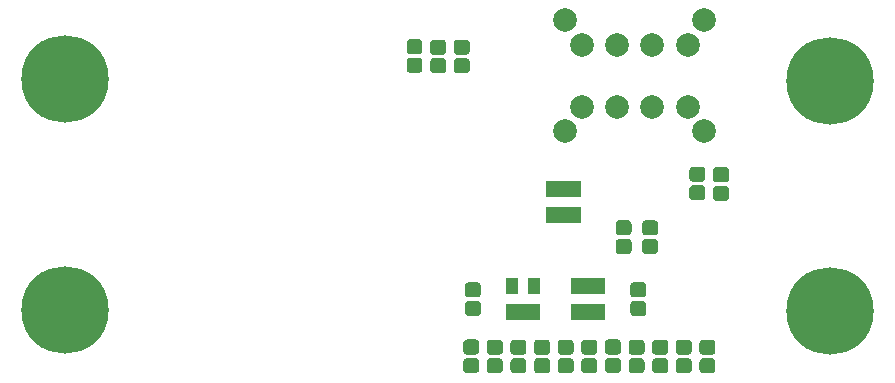
<source format=gts>
G04 #@! TF.GenerationSoftware,KiCad,Pcbnew,(5.0.0)*
G04 #@! TF.CreationDate,2019-04-01T19:30:18+02:00*
G04 #@! TF.ProjectId,currentscaler,63757272656E747363616C65722E6B69,rev?*
G04 #@! TF.SameCoordinates,Original*
G04 #@! TF.FileFunction,Soldermask,Top*
G04 #@! TF.FilePolarity,Negative*
%FSLAX46Y46*%
G04 Gerber Fmt 4.6, Leading zero omitted, Abs format (unit mm)*
G04 Created by KiCad (PCBNEW (5.0.0)) date 04/01/19 19:30:18*
%MOMM*%
%LPD*%
G01*
G04 APERTURE LIST*
%ADD10C,7.400000*%
%ADD11C,2.000000*%
%ADD12C,0.100000*%
%ADD13C,1.275000*%
%ADD14R,1.050000X1.460000*%
G04 APERTURE END LIST*
D10*
G04 #@! TO.C,CON2*
X168230000Y-119000000D03*
X168230000Y-99500000D03*
G04 #@! TD*
G04 #@! TO.C,CON1*
X103460000Y-99390000D03*
X103460000Y-118890000D03*
G04 #@! TD*
D11*
G04 #@! TO.C,DP3T1*
X145800000Y-103800000D03*
X157600000Y-103800000D03*
X157600000Y-94400000D03*
X145800000Y-94400000D03*
X153200000Y-96450000D03*
X147200000Y-96450000D03*
X150200000Y-96450000D03*
X156200000Y-96450000D03*
X147200000Y-101750000D03*
X150200000Y-101750000D03*
X153200000Y-101750000D03*
X156200000Y-101750000D03*
G04 #@! TD*
D12*
G04 #@! TO.C,C2*
G36*
X150237493Y-122989035D02*
X150268435Y-122993625D01*
X150298778Y-123001225D01*
X150328230Y-123011763D01*
X150356508Y-123025138D01*
X150383338Y-123041219D01*
X150408463Y-123059853D01*
X150431640Y-123080860D01*
X150452647Y-123104037D01*
X150471281Y-123129162D01*
X150487362Y-123155992D01*
X150500737Y-123184270D01*
X150511275Y-123213722D01*
X150518875Y-123244065D01*
X150523465Y-123275007D01*
X150525000Y-123306250D01*
X150525000Y-123943750D01*
X150523465Y-123974993D01*
X150518875Y-124005935D01*
X150511275Y-124036278D01*
X150500737Y-124065730D01*
X150487362Y-124094008D01*
X150471281Y-124120838D01*
X150452647Y-124145963D01*
X150431640Y-124169140D01*
X150408463Y-124190147D01*
X150383338Y-124208781D01*
X150356508Y-124224862D01*
X150328230Y-124238237D01*
X150298778Y-124248775D01*
X150268435Y-124256375D01*
X150237493Y-124260965D01*
X150206250Y-124262500D01*
X149493750Y-124262500D01*
X149462507Y-124260965D01*
X149431565Y-124256375D01*
X149401222Y-124248775D01*
X149371770Y-124238237D01*
X149343492Y-124224862D01*
X149316662Y-124208781D01*
X149291537Y-124190147D01*
X149268360Y-124169140D01*
X149247353Y-124145963D01*
X149228719Y-124120838D01*
X149212638Y-124094008D01*
X149199263Y-124065730D01*
X149188725Y-124036278D01*
X149181125Y-124005935D01*
X149176535Y-123974993D01*
X149175000Y-123943750D01*
X149175000Y-123306250D01*
X149176535Y-123275007D01*
X149181125Y-123244065D01*
X149188725Y-123213722D01*
X149199263Y-123184270D01*
X149212638Y-123155992D01*
X149228719Y-123129162D01*
X149247353Y-123104037D01*
X149268360Y-123080860D01*
X149291537Y-123059853D01*
X149316662Y-123041219D01*
X149343492Y-123025138D01*
X149371770Y-123011763D01*
X149401222Y-123001225D01*
X149431565Y-122993625D01*
X149462507Y-122989035D01*
X149493750Y-122987500D01*
X150206250Y-122987500D01*
X150237493Y-122989035D01*
X150237493Y-122989035D01*
G37*
D13*
X149850000Y-123625000D03*
D12*
G36*
X150237493Y-121414035D02*
X150268435Y-121418625D01*
X150298778Y-121426225D01*
X150328230Y-121436763D01*
X150356508Y-121450138D01*
X150383338Y-121466219D01*
X150408463Y-121484853D01*
X150431640Y-121505860D01*
X150452647Y-121529037D01*
X150471281Y-121554162D01*
X150487362Y-121580992D01*
X150500737Y-121609270D01*
X150511275Y-121638722D01*
X150518875Y-121669065D01*
X150523465Y-121700007D01*
X150525000Y-121731250D01*
X150525000Y-122368750D01*
X150523465Y-122399993D01*
X150518875Y-122430935D01*
X150511275Y-122461278D01*
X150500737Y-122490730D01*
X150487362Y-122519008D01*
X150471281Y-122545838D01*
X150452647Y-122570963D01*
X150431640Y-122594140D01*
X150408463Y-122615147D01*
X150383338Y-122633781D01*
X150356508Y-122649862D01*
X150328230Y-122663237D01*
X150298778Y-122673775D01*
X150268435Y-122681375D01*
X150237493Y-122685965D01*
X150206250Y-122687500D01*
X149493750Y-122687500D01*
X149462507Y-122685965D01*
X149431565Y-122681375D01*
X149401222Y-122673775D01*
X149371770Y-122663237D01*
X149343492Y-122649862D01*
X149316662Y-122633781D01*
X149291537Y-122615147D01*
X149268360Y-122594140D01*
X149247353Y-122570963D01*
X149228719Y-122545838D01*
X149212638Y-122519008D01*
X149199263Y-122490730D01*
X149188725Y-122461278D01*
X149181125Y-122430935D01*
X149176535Y-122399993D01*
X149175000Y-122368750D01*
X149175000Y-121731250D01*
X149176535Y-121700007D01*
X149181125Y-121669065D01*
X149188725Y-121638722D01*
X149199263Y-121609270D01*
X149212638Y-121580992D01*
X149228719Y-121554162D01*
X149247353Y-121529037D01*
X149268360Y-121505860D01*
X149291537Y-121484853D01*
X149316662Y-121466219D01*
X149343492Y-121450138D01*
X149371770Y-121436763D01*
X149401222Y-121426225D01*
X149431565Y-121418625D01*
X149462507Y-121414035D01*
X149493750Y-121412500D01*
X150206250Y-121412500D01*
X150237493Y-121414035D01*
X150237493Y-121414035D01*
G37*
D13*
X149850000Y-122050000D03*
G04 #@! TD*
D14*
G04 #@! TO.C,U1*
X141300000Y-119100000D03*
X142250000Y-119100000D03*
X143200000Y-119100000D03*
X143200000Y-116900000D03*
X141300000Y-116900000D03*
G04 #@! TD*
G04 #@! TO.C,U2*
X147750000Y-119100000D03*
X148700000Y-119100000D03*
X146800000Y-119100000D03*
X146800000Y-116900000D03*
X147750000Y-116900000D03*
X148700000Y-116900000D03*
G04 #@! TD*
G04 #@! TO.C,U3*
X144700000Y-110850000D03*
X145650000Y-110850000D03*
X146600000Y-110850000D03*
X146600000Y-108650000D03*
X144700000Y-108650000D03*
X145650000Y-108650000D03*
G04 #@! TD*
D12*
G04 #@! TO.C,R9*
G36*
X148237493Y-123001535D02*
X148268435Y-123006125D01*
X148298778Y-123013725D01*
X148328230Y-123024263D01*
X148356508Y-123037638D01*
X148383338Y-123053719D01*
X148408463Y-123072353D01*
X148431640Y-123093360D01*
X148452647Y-123116537D01*
X148471281Y-123141662D01*
X148487362Y-123168492D01*
X148500737Y-123196770D01*
X148511275Y-123226222D01*
X148518875Y-123256565D01*
X148523465Y-123287507D01*
X148525000Y-123318750D01*
X148525000Y-123956250D01*
X148523465Y-123987493D01*
X148518875Y-124018435D01*
X148511275Y-124048778D01*
X148500737Y-124078230D01*
X148487362Y-124106508D01*
X148471281Y-124133338D01*
X148452647Y-124158463D01*
X148431640Y-124181640D01*
X148408463Y-124202647D01*
X148383338Y-124221281D01*
X148356508Y-124237362D01*
X148328230Y-124250737D01*
X148298778Y-124261275D01*
X148268435Y-124268875D01*
X148237493Y-124273465D01*
X148206250Y-124275000D01*
X147493750Y-124275000D01*
X147462507Y-124273465D01*
X147431565Y-124268875D01*
X147401222Y-124261275D01*
X147371770Y-124250737D01*
X147343492Y-124237362D01*
X147316662Y-124221281D01*
X147291537Y-124202647D01*
X147268360Y-124181640D01*
X147247353Y-124158463D01*
X147228719Y-124133338D01*
X147212638Y-124106508D01*
X147199263Y-124078230D01*
X147188725Y-124048778D01*
X147181125Y-124018435D01*
X147176535Y-123987493D01*
X147175000Y-123956250D01*
X147175000Y-123318750D01*
X147176535Y-123287507D01*
X147181125Y-123256565D01*
X147188725Y-123226222D01*
X147199263Y-123196770D01*
X147212638Y-123168492D01*
X147228719Y-123141662D01*
X147247353Y-123116537D01*
X147268360Y-123093360D01*
X147291537Y-123072353D01*
X147316662Y-123053719D01*
X147343492Y-123037638D01*
X147371770Y-123024263D01*
X147401222Y-123013725D01*
X147431565Y-123006125D01*
X147462507Y-123001535D01*
X147493750Y-123000000D01*
X148206250Y-123000000D01*
X148237493Y-123001535D01*
X148237493Y-123001535D01*
G37*
D13*
X147850000Y-123637500D03*
D12*
G36*
X148237493Y-121426535D02*
X148268435Y-121431125D01*
X148298778Y-121438725D01*
X148328230Y-121449263D01*
X148356508Y-121462638D01*
X148383338Y-121478719D01*
X148408463Y-121497353D01*
X148431640Y-121518360D01*
X148452647Y-121541537D01*
X148471281Y-121566662D01*
X148487362Y-121593492D01*
X148500737Y-121621770D01*
X148511275Y-121651222D01*
X148518875Y-121681565D01*
X148523465Y-121712507D01*
X148525000Y-121743750D01*
X148525000Y-122381250D01*
X148523465Y-122412493D01*
X148518875Y-122443435D01*
X148511275Y-122473778D01*
X148500737Y-122503230D01*
X148487362Y-122531508D01*
X148471281Y-122558338D01*
X148452647Y-122583463D01*
X148431640Y-122606640D01*
X148408463Y-122627647D01*
X148383338Y-122646281D01*
X148356508Y-122662362D01*
X148328230Y-122675737D01*
X148298778Y-122686275D01*
X148268435Y-122693875D01*
X148237493Y-122698465D01*
X148206250Y-122700000D01*
X147493750Y-122700000D01*
X147462507Y-122698465D01*
X147431565Y-122693875D01*
X147401222Y-122686275D01*
X147371770Y-122675737D01*
X147343492Y-122662362D01*
X147316662Y-122646281D01*
X147291537Y-122627647D01*
X147268360Y-122606640D01*
X147247353Y-122583463D01*
X147228719Y-122558338D01*
X147212638Y-122531508D01*
X147199263Y-122503230D01*
X147188725Y-122473778D01*
X147181125Y-122443435D01*
X147176535Y-122412493D01*
X147175000Y-122381250D01*
X147175000Y-121743750D01*
X147176535Y-121712507D01*
X147181125Y-121681565D01*
X147188725Y-121651222D01*
X147199263Y-121621770D01*
X147212638Y-121593492D01*
X147228719Y-121566662D01*
X147247353Y-121541537D01*
X147268360Y-121518360D01*
X147291537Y-121497353D01*
X147316662Y-121478719D01*
X147343492Y-121462638D01*
X147371770Y-121449263D01*
X147401222Y-121438725D01*
X147431565Y-121431125D01*
X147462507Y-121426535D01*
X147493750Y-121425000D01*
X148206250Y-121425000D01*
X148237493Y-121426535D01*
X148237493Y-121426535D01*
G37*
D13*
X147850000Y-122062500D03*
G04 #@! TD*
D12*
G04 #@! TO.C,R6*
G36*
X144237493Y-123001535D02*
X144268435Y-123006125D01*
X144298778Y-123013725D01*
X144328230Y-123024263D01*
X144356508Y-123037638D01*
X144383338Y-123053719D01*
X144408463Y-123072353D01*
X144431640Y-123093360D01*
X144452647Y-123116537D01*
X144471281Y-123141662D01*
X144487362Y-123168492D01*
X144500737Y-123196770D01*
X144511275Y-123226222D01*
X144518875Y-123256565D01*
X144523465Y-123287507D01*
X144525000Y-123318750D01*
X144525000Y-123956250D01*
X144523465Y-123987493D01*
X144518875Y-124018435D01*
X144511275Y-124048778D01*
X144500737Y-124078230D01*
X144487362Y-124106508D01*
X144471281Y-124133338D01*
X144452647Y-124158463D01*
X144431640Y-124181640D01*
X144408463Y-124202647D01*
X144383338Y-124221281D01*
X144356508Y-124237362D01*
X144328230Y-124250737D01*
X144298778Y-124261275D01*
X144268435Y-124268875D01*
X144237493Y-124273465D01*
X144206250Y-124275000D01*
X143493750Y-124275000D01*
X143462507Y-124273465D01*
X143431565Y-124268875D01*
X143401222Y-124261275D01*
X143371770Y-124250737D01*
X143343492Y-124237362D01*
X143316662Y-124221281D01*
X143291537Y-124202647D01*
X143268360Y-124181640D01*
X143247353Y-124158463D01*
X143228719Y-124133338D01*
X143212638Y-124106508D01*
X143199263Y-124078230D01*
X143188725Y-124048778D01*
X143181125Y-124018435D01*
X143176535Y-123987493D01*
X143175000Y-123956250D01*
X143175000Y-123318750D01*
X143176535Y-123287507D01*
X143181125Y-123256565D01*
X143188725Y-123226222D01*
X143199263Y-123196770D01*
X143212638Y-123168492D01*
X143228719Y-123141662D01*
X143247353Y-123116537D01*
X143268360Y-123093360D01*
X143291537Y-123072353D01*
X143316662Y-123053719D01*
X143343492Y-123037638D01*
X143371770Y-123024263D01*
X143401222Y-123013725D01*
X143431565Y-123006125D01*
X143462507Y-123001535D01*
X143493750Y-123000000D01*
X144206250Y-123000000D01*
X144237493Y-123001535D01*
X144237493Y-123001535D01*
G37*
D13*
X143850000Y-123637500D03*
D12*
G36*
X144237493Y-121426535D02*
X144268435Y-121431125D01*
X144298778Y-121438725D01*
X144328230Y-121449263D01*
X144356508Y-121462638D01*
X144383338Y-121478719D01*
X144408463Y-121497353D01*
X144431640Y-121518360D01*
X144452647Y-121541537D01*
X144471281Y-121566662D01*
X144487362Y-121593492D01*
X144500737Y-121621770D01*
X144511275Y-121651222D01*
X144518875Y-121681565D01*
X144523465Y-121712507D01*
X144525000Y-121743750D01*
X144525000Y-122381250D01*
X144523465Y-122412493D01*
X144518875Y-122443435D01*
X144511275Y-122473778D01*
X144500737Y-122503230D01*
X144487362Y-122531508D01*
X144471281Y-122558338D01*
X144452647Y-122583463D01*
X144431640Y-122606640D01*
X144408463Y-122627647D01*
X144383338Y-122646281D01*
X144356508Y-122662362D01*
X144328230Y-122675737D01*
X144298778Y-122686275D01*
X144268435Y-122693875D01*
X144237493Y-122698465D01*
X144206250Y-122700000D01*
X143493750Y-122700000D01*
X143462507Y-122698465D01*
X143431565Y-122693875D01*
X143401222Y-122686275D01*
X143371770Y-122675737D01*
X143343492Y-122662362D01*
X143316662Y-122646281D01*
X143291537Y-122627647D01*
X143268360Y-122606640D01*
X143247353Y-122583463D01*
X143228719Y-122558338D01*
X143212638Y-122531508D01*
X143199263Y-122503230D01*
X143188725Y-122473778D01*
X143181125Y-122443435D01*
X143176535Y-122412493D01*
X143175000Y-122381250D01*
X143175000Y-121743750D01*
X143176535Y-121712507D01*
X143181125Y-121681565D01*
X143188725Y-121651222D01*
X143199263Y-121621770D01*
X143212638Y-121593492D01*
X143228719Y-121566662D01*
X143247353Y-121541537D01*
X143268360Y-121518360D01*
X143291537Y-121497353D01*
X143316662Y-121478719D01*
X143343492Y-121462638D01*
X143371770Y-121449263D01*
X143401222Y-121438725D01*
X143431565Y-121431125D01*
X143462507Y-121426535D01*
X143493750Y-121425000D01*
X144206250Y-121425000D01*
X144237493Y-121426535D01*
X144237493Y-121426535D01*
G37*
D13*
X143850000Y-122062500D03*
G04 #@! TD*
D12*
G04 #@! TO.C,R10*
G36*
X151137493Y-111326535D02*
X151168435Y-111331125D01*
X151198778Y-111338725D01*
X151228230Y-111349263D01*
X151256508Y-111362638D01*
X151283338Y-111378719D01*
X151308463Y-111397353D01*
X151331640Y-111418360D01*
X151352647Y-111441537D01*
X151371281Y-111466662D01*
X151387362Y-111493492D01*
X151400737Y-111521770D01*
X151411275Y-111551222D01*
X151418875Y-111581565D01*
X151423465Y-111612507D01*
X151425000Y-111643750D01*
X151425000Y-112281250D01*
X151423465Y-112312493D01*
X151418875Y-112343435D01*
X151411275Y-112373778D01*
X151400737Y-112403230D01*
X151387362Y-112431508D01*
X151371281Y-112458338D01*
X151352647Y-112483463D01*
X151331640Y-112506640D01*
X151308463Y-112527647D01*
X151283338Y-112546281D01*
X151256508Y-112562362D01*
X151228230Y-112575737D01*
X151198778Y-112586275D01*
X151168435Y-112593875D01*
X151137493Y-112598465D01*
X151106250Y-112600000D01*
X150393750Y-112600000D01*
X150362507Y-112598465D01*
X150331565Y-112593875D01*
X150301222Y-112586275D01*
X150271770Y-112575737D01*
X150243492Y-112562362D01*
X150216662Y-112546281D01*
X150191537Y-112527647D01*
X150168360Y-112506640D01*
X150147353Y-112483463D01*
X150128719Y-112458338D01*
X150112638Y-112431508D01*
X150099263Y-112403230D01*
X150088725Y-112373778D01*
X150081125Y-112343435D01*
X150076535Y-112312493D01*
X150075000Y-112281250D01*
X150075000Y-111643750D01*
X150076535Y-111612507D01*
X150081125Y-111581565D01*
X150088725Y-111551222D01*
X150099263Y-111521770D01*
X150112638Y-111493492D01*
X150128719Y-111466662D01*
X150147353Y-111441537D01*
X150168360Y-111418360D01*
X150191537Y-111397353D01*
X150216662Y-111378719D01*
X150243492Y-111362638D01*
X150271770Y-111349263D01*
X150301222Y-111338725D01*
X150331565Y-111331125D01*
X150362507Y-111326535D01*
X150393750Y-111325000D01*
X151106250Y-111325000D01*
X151137493Y-111326535D01*
X151137493Y-111326535D01*
G37*
D13*
X150750000Y-111962500D03*
D12*
G36*
X151137493Y-112901535D02*
X151168435Y-112906125D01*
X151198778Y-112913725D01*
X151228230Y-112924263D01*
X151256508Y-112937638D01*
X151283338Y-112953719D01*
X151308463Y-112972353D01*
X151331640Y-112993360D01*
X151352647Y-113016537D01*
X151371281Y-113041662D01*
X151387362Y-113068492D01*
X151400737Y-113096770D01*
X151411275Y-113126222D01*
X151418875Y-113156565D01*
X151423465Y-113187507D01*
X151425000Y-113218750D01*
X151425000Y-113856250D01*
X151423465Y-113887493D01*
X151418875Y-113918435D01*
X151411275Y-113948778D01*
X151400737Y-113978230D01*
X151387362Y-114006508D01*
X151371281Y-114033338D01*
X151352647Y-114058463D01*
X151331640Y-114081640D01*
X151308463Y-114102647D01*
X151283338Y-114121281D01*
X151256508Y-114137362D01*
X151228230Y-114150737D01*
X151198778Y-114161275D01*
X151168435Y-114168875D01*
X151137493Y-114173465D01*
X151106250Y-114175000D01*
X150393750Y-114175000D01*
X150362507Y-114173465D01*
X150331565Y-114168875D01*
X150301222Y-114161275D01*
X150271770Y-114150737D01*
X150243492Y-114137362D01*
X150216662Y-114121281D01*
X150191537Y-114102647D01*
X150168360Y-114081640D01*
X150147353Y-114058463D01*
X150128719Y-114033338D01*
X150112638Y-114006508D01*
X150099263Y-113978230D01*
X150088725Y-113948778D01*
X150081125Y-113918435D01*
X150076535Y-113887493D01*
X150075000Y-113856250D01*
X150075000Y-113218750D01*
X150076535Y-113187507D01*
X150081125Y-113156565D01*
X150088725Y-113126222D01*
X150099263Y-113096770D01*
X150112638Y-113068492D01*
X150128719Y-113041662D01*
X150147353Y-113016537D01*
X150168360Y-112993360D01*
X150191537Y-112972353D01*
X150216662Y-112953719D01*
X150243492Y-112937638D01*
X150271770Y-112924263D01*
X150301222Y-112913725D01*
X150331565Y-112906125D01*
X150362507Y-112901535D01*
X150393750Y-112900000D01*
X151106250Y-112900000D01*
X151137493Y-112901535D01*
X151137493Y-112901535D01*
G37*
D13*
X150750000Y-113537500D03*
G04 #@! TD*
D12*
G04 #@! TO.C,R4*
G36*
X135437493Y-97601535D02*
X135468435Y-97606125D01*
X135498778Y-97613725D01*
X135528230Y-97624263D01*
X135556508Y-97637638D01*
X135583338Y-97653719D01*
X135608463Y-97672353D01*
X135631640Y-97693360D01*
X135652647Y-97716537D01*
X135671281Y-97741662D01*
X135687362Y-97768492D01*
X135700737Y-97796770D01*
X135711275Y-97826222D01*
X135718875Y-97856565D01*
X135723465Y-97887507D01*
X135725000Y-97918750D01*
X135725000Y-98556250D01*
X135723465Y-98587493D01*
X135718875Y-98618435D01*
X135711275Y-98648778D01*
X135700737Y-98678230D01*
X135687362Y-98706508D01*
X135671281Y-98733338D01*
X135652647Y-98758463D01*
X135631640Y-98781640D01*
X135608463Y-98802647D01*
X135583338Y-98821281D01*
X135556508Y-98837362D01*
X135528230Y-98850737D01*
X135498778Y-98861275D01*
X135468435Y-98868875D01*
X135437493Y-98873465D01*
X135406250Y-98875000D01*
X134693750Y-98875000D01*
X134662507Y-98873465D01*
X134631565Y-98868875D01*
X134601222Y-98861275D01*
X134571770Y-98850737D01*
X134543492Y-98837362D01*
X134516662Y-98821281D01*
X134491537Y-98802647D01*
X134468360Y-98781640D01*
X134447353Y-98758463D01*
X134428719Y-98733338D01*
X134412638Y-98706508D01*
X134399263Y-98678230D01*
X134388725Y-98648778D01*
X134381125Y-98618435D01*
X134376535Y-98587493D01*
X134375000Y-98556250D01*
X134375000Y-97918750D01*
X134376535Y-97887507D01*
X134381125Y-97856565D01*
X134388725Y-97826222D01*
X134399263Y-97796770D01*
X134412638Y-97768492D01*
X134428719Y-97741662D01*
X134447353Y-97716537D01*
X134468360Y-97693360D01*
X134491537Y-97672353D01*
X134516662Y-97653719D01*
X134543492Y-97637638D01*
X134571770Y-97624263D01*
X134601222Y-97613725D01*
X134631565Y-97606125D01*
X134662507Y-97601535D01*
X134693750Y-97600000D01*
X135406250Y-97600000D01*
X135437493Y-97601535D01*
X135437493Y-97601535D01*
G37*
D13*
X135050000Y-98237500D03*
D12*
G36*
X135437493Y-96026535D02*
X135468435Y-96031125D01*
X135498778Y-96038725D01*
X135528230Y-96049263D01*
X135556508Y-96062638D01*
X135583338Y-96078719D01*
X135608463Y-96097353D01*
X135631640Y-96118360D01*
X135652647Y-96141537D01*
X135671281Y-96166662D01*
X135687362Y-96193492D01*
X135700737Y-96221770D01*
X135711275Y-96251222D01*
X135718875Y-96281565D01*
X135723465Y-96312507D01*
X135725000Y-96343750D01*
X135725000Y-96981250D01*
X135723465Y-97012493D01*
X135718875Y-97043435D01*
X135711275Y-97073778D01*
X135700737Y-97103230D01*
X135687362Y-97131508D01*
X135671281Y-97158338D01*
X135652647Y-97183463D01*
X135631640Y-97206640D01*
X135608463Y-97227647D01*
X135583338Y-97246281D01*
X135556508Y-97262362D01*
X135528230Y-97275737D01*
X135498778Y-97286275D01*
X135468435Y-97293875D01*
X135437493Y-97298465D01*
X135406250Y-97300000D01*
X134693750Y-97300000D01*
X134662507Y-97298465D01*
X134631565Y-97293875D01*
X134601222Y-97286275D01*
X134571770Y-97275737D01*
X134543492Y-97262362D01*
X134516662Y-97246281D01*
X134491537Y-97227647D01*
X134468360Y-97206640D01*
X134447353Y-97183463D01*
X134428719Y-97158338D01*
X134412638Y-97131508D01*
X134399263Y-97103230D01*
X134388725Y-97073778D01*
X134381125Y-97043435D01*
X134376535Y-97012493D01*
X134375000Y-96981250D01*
X134375000Y-96343750D01*
X134376535Y-96312507D01*
X134381125Y-96281565D01*
X134388725Y-96251222D01*
X134399263Y-96221770D01*
X134412638Y-96193492D01*
X134428719Y-96166662D01*
X134447353Y-96141537D01*
X134468360Y-96118360D01*
X134491537Y-96097353D01*
X134516662Y-96078719D01*
X134543492Y-96062638D01*
X134571770Y-96049263D01*
X134601222Y-96038725D01*
X134631565Y-96031125D01*
X134662507Y-96026535D01*
X134693750Y-96025000D01*
X135406250Y-96025000D01*
X135437493Y-96026535D01*
X135437493Y-96026535D01*
G37*
D13*
X135050000Y-96662500D03*
G04 #@! TD*
D12*
G04 #@! TO.C,R7*
G36*
X152237493Y-123001535D02*
X152268435Y-123006125D01*
X152298778Y-123013725D01*
X152328230Y-123024263D01*
X152356508Y-123037638D01*
X152383338Y-123053719D01*
X152408463Y-123072353D01*
X152431640Y-123093360D01*
X152452647Y-123116537D01*
X152471281Y-123141662D01*
X152487362Y-123168492D01*
X152500737Y-123196770D01*
X152511275Y-123226222D01*
X152518875Y-123256565D01*
X152523465Y-123287507D01*
X152525000Y-123318750D01*
X152525000Y-123956250D01*
X152523465Y-123987493D01*
X152518875Y-124018435D01*
X152511275Y-124048778D01*
X152500737Y-124078230D01*
X152487362Y-124106508D01*
X152471281Y-124133338D01*
X152452647Y-124158463D01*
X152431640Y-124181640D01*
X152408463Y-124202647D01*
X152383338Y-124221281D01*
X152356508Y-124237362D01*
X152328230Y-124250737D01*
X152298778Y-124261275D01*
X152268435Y-124268875D01*
X152237493Y-124273465D01*
X152206250Y-124275000D01*
X151493750Y-124275000D01*
X151462507Y-124273465D01*
X151431565Y-124268875D01*
X151401222Y-124261275D01*
X151371770Y-124250737D01*
X151343492Y-124237362D01*
X151316662Y-124221281D01*
X151291537Y-124202647D01*
X151268360Y-124181640D01*
X151247353Y-124158463D01*
X151228719Y-124133338D01*
X151212638Y-124106508D01*
X151199263Y-124078230D01*
X151188725Y-124048778D01*
X151181125Y-124018435D01*
X151176535Y-123987493D01*
X151175000Y-123956250D01*
X151175000Y-123318750D01*
X151176535Y-123287507D01*
X151181125Y-123256565D01*
X151188725Y-123226222D01*
X151199263Y-123196770D01*
X151212638Y-123168492D01*
X151228719Y-123141662D01*
X151247353Y-123116537D01*
X151268360Y-123093360D01*
X151291537Y-123072353D01*
X151316662Y-123053719D01*
X151343492Y-123037638D01*
X151371770Y-123024263D01*
X151401222Y-123013725D01*
X151431565Y-123006125D01*
X151462507Y-123001535D01*
X151493750Y-123000000D01*
X152206250Y-123000000D01*
X152237493Y-123001535D01*
X152237493Y-123001535D01*
G37*
D13*
X151850000Y-123637500D03*
D12*
G36*
X152237493Y-121426535D02*
X152268435Y-121431125D01*
X152298778Y-121438725D01*
X152328230Y-121449263D01*
X152356508Y-121462638D01*
X152383338Y-121478719D01*
X152408463Y-121497353D01*
X152431640Y-121518360D01*
X152452647Y-121541537D01*
X152471281Y-121566662D01*
X152487362Y-121593492D01*
X152500737Y-121621770D01*
X152511275Y-121651222D01*
X152518875Y-121681565D01*
X152523465Y-121712507D01*
X152525000Y-121743750D01*
X152525000Y-122381250D01*
X152523465Y-122412493D01*
X152518875Y-122443435D01*
X152511275Y-122473778D01*
X152500737Y-122503230D01*
X152487362Y-122531508D01*
X152471281Y-122558338D01*
X152452647Y-122583463D01*
X152431640Y-122606640D01*
X152408463Y-122627647D01*
X152383338Y-122646281D01*
X152356508Y-122662362D01*
X152328230Y-122675737D01*
X152298778Y-122686275D01*
X152268435Y-122693875D01*
X152237493Y-122698465D01*
X152206250Y-122700000D01*
X151493750Y-122700000D01*
X151462507Y-122698465D01*
X151431565Y-122693875D01*
X151401222Y-122686275D01*
X151371770Y-122675737D01*
X151343492Y-122662362D01*
X151316662Y-122646281D01*
X151291537Y-122627647D01*
X151268360Y-122606640D01*
X151247353Y-122583463D01*
X151228719Y-122558338D01*
X151212638Y-122531508D01*
X151199263Y-122503230D01*
X151188725Y-122473778D01*
X151181125Y-122443435D01*
X151176535Y-122412493D01*
X151175000Y-122381250D01*
X151175000Y-121743750D01*
X151176535Y-121712507D01*
X151181125Y-121681565D01*
X151188725Y-121651222D01*
X151199263Y-121621770D01*
X151212638Y-121593492D01*
X151228719Y-121566662D01*
X151247353Y-121541537D01*
X151268360Y-121518360D01*
X151291537Y-121497353D01*
X151316662Y-121478719D01*
X151343492Y-121462638D01*
X151371770Y-121449263D01*
X151401222Y-121438725D01*
X151431565Y-121431125D01*
X151462507Y-121426535D01*
X151493750Y-121425000D01*
X152206250Y-121425000D01*
X152237493Y-121426535D01*
X152237493Y-121426535D01*
G37*
D13*
X151850000Y-122062500D03*
G04 #@! TD*
D12*
G04 #@! TO.C,R8*
G36*
X146237493Y-121426535D02*
X146268435Y-121431125D01*
X146298778Y-121438725D01*
X146328230Y-121449263D01*
X146356508Y-121462638D01*
X146383338Y-121478719D01*
X146408463Y-121497353D01*
X146431640Y-121518360D01*
X146452647Y-121541537D01*
X146471281Y-121566662D01*
X146487362Y-121593492D01*
X146500737Y-121621770D01*
X146511275Y-121651222D01*
X146518875Y-121681565D01*
X146523465Y-121712507D01*
X146525000Y-121743750D01*
X146525000Y-122381250D01*
X146523465Y-122412493D01*
X146518875Y-122443435D01*
X146511275Y-122473778D01*
X146500737Y-122503230D01*
X146487362Y-122531508D01*
X146471281Y-122558338D01*
X146452647Y-122583463D01*
X146431640Y-122606640D01*
X146408463Y-122627647D01*
X146383338Y-122646281D01*
X146356508Y-122662362D01*
X146328230Y-122675737D01*
X146298778Y-122686275D01*
X146268435Y-122693875D01*
X146237493Y-122698465D01*
X146206250Y-122700000D01*
X145493750Y-122700000D01*
X145462507Y-122698465D01*
X145431565Y-122693875D01*
X145401222Y-122686275D01*
X145371770Y-122675737D01*
X145343492Y-122662362D01*
X145316662Y-122646281D01*
X145291537Y-122627647D01*
X145268360Y-122606640D01*
X145247353Y-122583463D01*
X145228719Y-122558338D01*
X145212638Y-122531508D01*
X145199263Y-122503230D01*
X145188725Y-122473778D01*
X145181125Y-122443435D01*
X145176535Y-122412493D01*
X145175000Y-122381250D01*
X145175000Y-121743750D01*
X145176535Y-121712507D01*
X145181125Y-121681565D01*
X145188725Y-121651222D01*
X145199263Y-121621770D01*
X145212638Y-121593492D01*
X145228719Y-121566662D01*
X145247353Y-121541537D01*
X145268360Y-121518360D01*
X145291537Y-121497353D01*
X145316662Y-121478719D01*
X145343492Y-121462638D01*
X145371770Y-121449263D01*
X145401222Y-121438725D01*
X145431565Y-121431125D01*
X145462507Y-121426535D01*
X145493750Y-121425000D01*
X146206250Y-121425000D01*
X146237493Y-121426535D01*
X146237493Y-121426535D01*
G37*
D13*
X145850000Y-122062500D03*
D12*
G36*
X146237493Y-123001535D02*
X146268435Y-123006125D01*
X146298778Y-123013725D01*
X146328230Y-123024263D01*
X146356508Y-123037638D01*
X146383338Y-123053719D01*
X146408463Y-123072353D01*
X146431640Y-123093360D01*
X146452647Y-123116537D01*
X146471281Y-123141662D01*
X146487362Y-123168492D01*
X146500737Y-123196770D01*
X146511275Y-123226222D01*
X146518875Y-123256565D01*
X146523465Y-123287507D01*
X146525000Y-123318750D01*
X146525000Y-123956250D01*
X146523465Y-123987493D01*
X146518875Y-124018435D01*
X146511275Y-124048778D01*
X146500737Y-124078230D01*
X146487362Y-124106508D01*
X146471281Y-124133338D01*
X146452647Y-124158463D01*
X146431640Y-124181640D01*
X146408463Y-124202647D01*
X146383338Y-124221281D01*
X146356508Y-124237362D01*
X146328230Y-124250737D01*
X146298778Y-124261275D01*
X146268435Y-124268875D01*
X146237493Y-124273465D01*
X146206250Y-124275000D01*
X145493750Y-124275000D01*
X145462507Y-124273465D01*
X145431565Y-124268875D01*
X145401222Y-124261275D01*
X145371770Y-124250737D01*
X145343492Y-124237362D01*
X145316662Y-124221281D01*
X145291537Y-124202647D01*
X145268360Y-124181640D01*
X145247353Y-124158463D01*
X145228719Y-124133338D01*
X145212638Y-124106508D01*
X145199263Y-124078230D01*
X145188725Y-124048778D01*
X145181125Y-124018435D01*
X145176535Y-123987493D01*
X145175000Y-123956250D01*
X145175000Y-123318750D01*
X145176535Y-123287507D01*
X145181125Y-123256565D01*
X145188725Y-123226222D01*
X145199263Y-123196770D01*
X145212638Y-123168492D01*
X145228719Y-123141662D01*
X145247353Y-123116537D01*
X145268360Y-123093360D01*
X145291537Y-123072353D01*
X145316662Y-123053719D01*
X145343492Y-123037638D01*
X145371770Y-123024263D01*
X145401222Y-123013725D01*
X145431565Y-123006125D01*
X145462507Y-123001535D01*
X145493750Y-123000000D01*
X146206250Y-123000000D01*
X146237493Y-123001535D01*
X146237493Y-123001535D01*
G37*
D13*
X145850000Y-123637500D03*
G04 #@! TD*
D12*
G04 #@! TO.C,R5*
G36*
X137437493Y-96026535D02*
X137468435Y-96031125D01*
X137498778Y-96038725D01*
X137528230Y-96049263D01*
X137556508Y-96062638D01*
X137583338Y-96078719D01*
X137608463Y-96097353D01*
X137631640Y-96118360D01*
X137652647Y-96141537D01*
X137671281Y-96166662D01*
X137687362Y-96193492D01*
X137700737Y-96221770D01*
X137711275Y-96251222D01*
X137718875Y-96281565D01*
X137723465Y-96312507D01*
X137725000Y-96343750D01*
X137725000Y-96981250D01*
X137723465Y-97012493D01*
X137718875Y-97043435D01*
X137711275Y-97073778D01*
X137700737Y-97103230D01*
X137687362Y-97131508D01*
X137671281Y-97158338D01*
X137652647Y-97183463D01*
X137631640Y-97206640D01*
X137608463Y-97227647D01*
X137583338Y-97246281D01*
X137556508Y-97262362D01*
X137528230Y-97275737D01*
X137498778Y-97286275D01*
X137468435Y-97293875D01*
X137437493Y-97298465D01*
X137406250Y-97300000D01*
X136693750Y-97300000D01*
X136662507Y-97298465D01*
X136631565Y-97293875D01*
X136601222Y-97286275D01*
X136571770Y-97275737D01*
X136543492Y-97262362D01*
X136516662Y-97246281D01*
X136491537Y-97227647D01*
X136468360Y-97206640D01*
X136447353Y-97183463D01*
X136428719Y-97158338D01*
X136412638Y-97131508D01*
X136399263Y-97103230D01*
X136388725Y-97073778D01*
X136381125Y-97043435D01*
X136376535Y-97012493D01*
X136375000Y-96981250D01*
X136375000Y-96343750D01*
X136376535Y-96312507D01*
X136381125Y-96281565D01*
X136388725Y-96251222D01*
X136399263Y-96221770D01*
X136412638Y-96193492D01*
X136428719Y-96166662D01*
X136447353Y-96141537D01*
X136468360Y-96118360D01*
X136491537Y-96097353D01*
X136516662Y-96078719D01*
X136543492Y-96062638D01*
X136571770Y-96049263D01*
X136601222Y-96038725D01*
X136631565Y-96031125D01*
X136662507Y-96026535D01*
X136693750Y-96025000D01*
X137406250Y-96025000D01*
X137437493Y-96026535D01*
X137437493Y-96026535D01*
G37*
D13*
X137050000Y-96662500D03*
D12*
G36*
X137437493Y-97601535D02*
X137468435Y-97606125D01*
X137498778Y-97613725D01*
X137528230Y-97624263D01*
X137556508Y-97637638D01*
X137583338Y-97653719D01*
X137608463Y-97672353D01*
X137631640Y-97693360D01*
X137652647Y-97716537D01*
X137671281Y-97741662D01*
X137687362Y-97768492D01*
X137700737Y-97796770D01*
X137711275Y-97826222D01*
X137718875Y-97856565D01*
X137723465Y-97887507D01*
X137725000Y-97918750D01*
X137725000Y-98556250D01*
X137723465Y-98587493D01*
X137718875Y-98618435D01*
X137711275Y-98648778D01*
X137700737Y-98678230D01*
X137687362Y-98706508D01*
X137671281Y-98733338D01*
X137652647Y-98758463D01*
X137631640Y-98781640D01*
X137608463Y-98802647D01*
X137583338Y-98821281D01*
X137556508Y-98837362D01*
X137528230Y-98850737D01*
X137498778Y-98861275D01*
X137468435Y-98868875D01*
X137437493Y-98873465D01*
X137406250Y-98875000D01*
X136693750Y-98875000D01*
X136662507Y-98873465D01*
X136631565Y-98868875D01*
X136601222Y-98861275D01*
X136571770Y-98850737D01*
X136543492Y-98837362D01*
X136516662Y-98821281D01*
X136491537Y-98802647D01*
X136468360Y-98781640D01*
X136447353Y-98758463D01*
X136428719Y-98733338D01*
X136412638Y-98706508D01*
X136399263Y-98678230D01*
X136388725Y-98648778D01*
X136381125Y-98618435D01*
X136376535Y-98587493D01*
X136375000Y-98556250D01*
X136375000Y-97918750D01*
X136376535Y-97887507D01*
X136381125Y-97856565D01*
X136388725Y-97826222D01*
X136399263Y-97796770D01*
X136412638Y-97768492D01*
X136428719Y-97741662D01*
X136447353Y-97716537D01*
X136468360Y-97693360D01*
X136491537Y-97672353D01*
X136516662Y-97653719D01*
X136543492Y-97637638D01*
X136571770Y-97624263D01*
X136601222Y-97613725D01*
X136631565Y-97606125D01*
X136662507Y-97601535D01*
X136693750Y-97600000D01*
X137406250Y-97600000D01*
X137437493Y-97601535D01*
X137437493Y-97601535D01*
G37*
D13*
X137050000Y-98237500D03*
G04 #@! TD*
D12*
G04 #@! TO.C,R14*
G36*
X157387493Y-108364035D02*
X157418435Y-108368625D01*
X157448778Y-108376225D01*
X157478230Y-108386763D01*
X157506508Y-108400138D01*
X157533338Y-108416219D01*
X157558463Y-108434853D01*
X157581640Y-108455860D01*
X157602647Y-108479037D01*
X157621281Y-108504162D01*
X157637362Y-108530992D01*
X157650737Y-108559270D01*
X157661275Y-108588722D01*
X157668875Y-108619065D01*
X157673465Y-108650007D01*
X157675000Y-108681250D01*
X157675000Y-109318750D01*
X157673465Y-109349993D01*
X157668875Y-109380935D01*
X157661275Y-109411278D01*
X157650737Y-109440730D01*
X157637362Y-109469008D01*
X157621281Y-109495838D01*
X157602647Y-109520963D01*
X157581640Y-109544140D01*
X157558463Y-109565147D01*
X157533338Y-109583781D01*
X157506508Y-109599862D01*
X157478230Y-109613237D01*
X157448778Y-109623775D01*
X157418435Y-109631375D01*
X157387493Y-109635965D01*
X157356250Y-109637500D01*
X156643750Y-109637500D01*
X156612507Y-109635965D01*
X156581565Y-109631375D01*
X156551222Y-109623775D01*
X156521770Y-109613237D01*
X156493492Y-109599862D01*
X156466662Y-109583781D01*
X156441537Y-109565147D01*
X156418360Y-109544140D01*
X156397353Y-109520963D01*
X156378719Y-109495838D01*
X156362638Y-109469008D01*
X156349263Y-109440730D01*
X156338725Y-109411278D01*
X156331125Y-109380935D01*
X156326535Y-109349993D01*
X156325000Y-109318750D01*
X156325000Y-108681250D01*
X156326535Y-108650007D01*
X156331125Y-108619065D01*
X156338725Y-108588722D01*
X156349263Y-108559270D01*
X156362638Y-108530992D01*
X156378719Y-108504162D01*
X156397353Y-108479037D01*
X156418360Y-108455860D01*
X156441537Y-108434853D01*
X156466662Y-108416219D01*
X156493492Y-108400138D01*
X156521770Y-108386763D01*
X156551222Y-108376225D01*
X156581565Y-108368625D01*
X156612507Y-108364035D01*
X156643750Y-108362500D01*
X157356250Y-108362500D01*
X157387493Y-108364035D01*
X157387493Y-108364035D01*
G37*
D13*
X157000000Y-109000000D03*
D12*
G36*
X157387493Y-106789035D02*
X157418435Y-106793625D01*
X157448778Y-106801225D01*
X157478230Y-106811763D01*
X157506508Y-106825138D01*
X157533338Y-106841219D01*
X157558463Y-106859853D01*
X157581640Y-106880860D01*
X157602647Y-106904037D01*
X157621281Y-106929162D01*
X157637362Y-106955992D01*
X157650737Y-106984270D01*
X157661275Y-107013722D01*
X157668875Y-107044065D01*
X157673465Y-107075007D01*
X157675000Y-107106250D01*
X157675000Y-107743750D01*
X157673465Y-107774993D01*
X157668875Y-107805935D01*
X157661275Y-107836278D01*
X157650737Y-107865730D01*
X157637362Y-107894008D01*
X157621281Y-107920838D01*
X157602647Y-107945963D01*
X157581640Y-107969140D01*
X157558463Y-107990147D01*
X157533338Y-108008781D01*
X157506508Y-108024862D01*
X157478230Y-108038237D01*
X157448778Y-108048775D01*
X157418435Y-108056375D01*
X157387493Y-108060965D01*
X157356250Y-108062500D01*
X156643750Y-108062500D01*
X156612507Y-108060965D01*
X156581565Y-108056375D01*
X156551222Y-108048775D01*
X156521770Y-108038237D01*
X156493492Y-108024862D01*
X156466662Y-108008781D01*
X156441537Y-107990147D01*
X156418360Y-107969140D01*
X156397353Y-107945963D01*
X156378719Y-107920838D01*
X156362638Y-107894008D01*
X156349263Y-107865730D01*
X156338725Y-107836278D01*
X156331125Y-107805935D01*
X156326535Y-107774993D01*
X156325000Y-107743750D01*
X156325000Y-107106250D01*
X156326535Y-107075007D01*
X156331125Y-107044065D01*
X156338725Y-107013722D01*
X156349263Y-106984270D01*
X156362638Y-106955992D01*
X156378719Y-106929162D01*
X156397353Y-106904037D01*
X156418360Y-106880860D01*
X156441537Y-106859853D01*
X156466662Y-106841219D01*
X156493492Y-106825138D01*
X156521770Y-106811763D01*
X156551222Y-106801225D01*
X156581565Y-106793625D01*
X156612507Y-106789035D01*
X156643750Y-106787500D01*
X157356250Y-106787500D01*
X157387493Y-106789035D01*
X157387493Y-106789035D01*
G37*
D13*
X157000000Y-107425000D03*
G04 #@! TD*
D12*
G04 #@! TO.C,R13*
G36*
X154237493Y-123001535D02*
X154268435Y-123006125D01*
X154298778Y-123013725D01*
X154328230Y-123024263D01*
X154356508Y-123037638D01*
X154383338Y-123053719D01*
X154408463Y-123072353D01*
X154431640Y-123093360D01*
X154452647Y-123116537D01*
X154471281Y-123141662D01*
X154487362Y-123168492D01*
X154500737Y-123196770D01*
X154511275Y-123226222D01*
X154518875Y-123256565D01*
X154523465Y-123287507D01*
X154525000Y-123318750D01*
X154525000Y-123956250D01*
X154523465Y-123987493D01*
X154518875Y-124018435D01*
X154511275Y-124048778D01*
X154500737Y-124078230D01*
X154487362Y-124106508D01*
X154471281Y-124133338D01*
X154452647Y-124158463D01*
X154431640Y-124181640D01*
X154408463Y-124202647D01*
X154383338Y-124221281D01*
X154356508Y-124237362D01*
X154328230Y-124250737D01*
X154298778Y-124261275D01*
X154268435Y-124268875D01*
X154237493Y-124273465D01*
X154206250Y-124275000D01*
X153493750Y-124275000D01*
X153462507Y-124273465D01*
X153431565Y-124268875D01*
X153401222Y-124261275D01*
X153371770Y-124250737D01*
X153343492Y-124237362D01*
X153316662Y-124221281D01*
X153291537Y-124202647D01*
X153268360Y-124181640D01*
X153247353Y-124158463D01*
X153228719Y-124133338D01*
X153212638Y-124106508D01*
X153199263Y-124078230D01*
X153188725Y-124048778D01*
X153181125Y-124018435D01*
X153176535Y-123987493D01*
X153175000Y-123956250D01*
X153175000Y-123318750D01*
X153176535Y-123287507D01*
X153181125Y-123256565D01*
X153188725Y-123226222D01*
X153199263Y-123196770D01*
X153212638Y-123168492D01*
X153228719Y-123141662D01*
X153247353Y-123116537D01*
X153268360Y-123093360D01*
X153291537Y-123072353D01*
X153316662Y-123053719D01*
X153343492Y-123037638D01*
X153371770Y-123024263D01*
X153401222Y-123013725D01*
X153431565Y-123006125D01*
X153462507Y-123001535D01*
X153493750Y-123000000D01*
X154206250Y-123000000D01*
X154237493Y-123001535D01*
X154237493Y-123001535D01*
G37*
D13*
X153850000Y-123637500D03*
D12*
G36*
X154237493Y-121426535D02*
X154268435Y-121431125D01*
X154298778Y-121438725D01*
X154328230Y-121449263D01*
X154356508Y-121462638D01*
X154383338Y-121478719D01*
X154408463Y-121497353D01*
X154431640Y-121518360D01*
X154452647Y-121541537D01*
X154471281Y-121566662D01*
X154487362Y-121593492D01*
X154500737Y-121621770D01*
X154511275Y-121651222D01*
X154518875Y-121681565D01*
X154523465Y-121712507D01*
X154525000Y-121743750D01*
X154525000Y-122381250D01*
X154523465Y-122412493D01*
X154518875Y-122443435D01*
X154511275Y-122473778D01*
X154500737Y-122503230D01*
X154487362Y-122531508D01*
X154471281Y-122558338D01*
X154452647Y-122583463D01*
X154431640Y-122606640D01*
X154408463Y-122627647D01*
X154383338Y-122646281D01*
X154356508Y-122662362D01*
X154328230Y-122675737D01*
X154298778Y-122686275D01*
X154268435Y-122693875D01*
X154237493Y-122698465D01*
X154206250Y-122700000D01*
X153493750Y-122700000D01*
X153462507Y-122698465D01*
X153431565Y-122693875D01*
X153401222Y-122686275D01*
X153371770Y-122675737D01*
X153343492Y-122662362D01*
X153316662Y-122646281D01*
X153291537Y-122627647D01*
X153268360Y-122606640D01*
X153247353Y-122583463D01*
X153228719Y-122558338D01*
X153212638Y-122531508D01*
X153199263Y-122503230D01*
X153188725Y-122473778D01*
X153181125Y-122443435D01*
X153176535Y-122412493D01*
X153175000Y-122381250D01*
X153175000Y-121743750D01*
X153176535Y-121712507D01*
X153181125Y-121681565D01*
X153188725Y-121651222D01*
X153199263Y-121621770D01*
X153212638Y-121593492D01*
X153228719Y-121566662D01*
X153247353Y-121541537D01*
X153268360Y-121518360D01*
X153291537Y-121497353D01*
X153316662Y-121478719D01*
X153343492Y-121462638D01*
X153371770Y-121449263D01*
X153401222Y-121438725D01*
X153431565Y-121431125D01*
X153462507Y-121426535D01*
X153493750Y-121425000D01*
X154206250Y-121425000D01*
X154237493Y-121426535D01*
X154237493Y-121426535D01*
G37*
D13*
X153850000Y-122062500D03*
G04 #@! TD*
D12*
G04 #@! TO.C,R3*
G36*
X142237493Y-123001535D02*
X142268435Y-123006125D01*
X142298778Y-123013725D01*
X142328230Y-123024263D01*
X142356508Y-123037638D01*
X142383338Y-123053719D01*
X142408463Y-123072353D01*
X142431640Y-123093360D01*
X142452647Y-123116537D01*
X142471281Y-123141662D01*
X142487362Y-123168492D01*
X142500737Y-123196770D01*
X142511275Y-123226222D01*
X142518875Y-123256565D01*
X142523465Y-123287507D01*
X142525000Y-123318750D01*
X142525000Y-123956250D01*
X142523465Y-123987493D01*
X142518875Y-124018435D01*
X142511275Y-124048778D01*
X142500737Y-124078230D01*
X142487362Y-124106508D01*
X142471281Y-124133338D01*
X142452647Y-124158463D01*
X142431640Y-124181640D01*
X142408463Y-124202647D01*
X142383338Y-124221281D01*
X142356508Y-124237362D01*
X142328230Y-124250737D01*
X142298778Y-124261275D01*
X142268435Y-124268875D01*
X142237493Y-124273465D01*
X142206250Y-124275000D01*
X141493750Y-124275000D01*
X141462507Y-124273465D01*
X141431565Y-124268875D01*
X141401222Y-124261275D01*
X141371770Y-124250737D01*
X141343492Y-124237362D01*
X141316662Y-124221281D01*
X141291537Y-124202647D01*
X141268360Y-124181640D01*
X141247353Y-124158463D01*
X141228719Y-124133338D01*
X141212638Y-124106508D01*
X141199263Y-124078230D01*
X141188725Y-124048778D01*
X141181125Y-124018435D01*
X141176535Y-123987493D01*
X141175000Y-123956250D01*
X141175000Y-123318750D01*
X141176535Y-123287507D01*
X141181125Y-123256565D01*
X141188725Y-123226222D01*
X141199263Y-123196770D01*
X141212638Y-123168492D01*
X141228719Y-123141662D01*
X141247353Y-123116537D01*
X141268360Y-123093360D01*
X141291537Y-123072353D01*
X141316662Y-123053719D01*
X141343492Y-123037638D01*
X141371770Y-123024263D01*
X141401222Y-123013725D01*
X141431565Y-123006125D01*
X141462507Y-123001535D01*
X141493750Y-123000000D01*
X142206250Y-123000000D01*
X142237493Y-123001535D01*
X142237493Y-123001535D01*
G37*
D13*
X141850000Y-123637500D03*
D12*
G36*
X142237493Y-121426535D02*
X142268435Y-121431125D01*
X142298778Y-121438725D01*
X142328230Y-121449263D01*
X142356508Y-121462638D01*
X142383338Y-121478719D01*
X142408463Y-121497353D01*
X142431640Y-121518360D01*
X142452647Y-121541537D01*
X142471281Y-121566662D01*
X142487362Y-121593492D01*
X142500737Y-121621770D01*
X142511275Y-121651222D01*
X142518875Y-121681565D01*
X142523465Y-121712507D01*
X142525000Y-121743750D01*
X142525000Y-122381250D01*
X142523465Y-122412493D01*
X142518875Y-122443435D01*
X142511275Y-122473778D01*
X142500737Y-122503230D01*
X142487362Y-122531508D01*
X142471281Y-122558338D01*
X142452647Y-122583463D01*
X142431640Y-122606640D01*
X142408463Y-122627647D01*
X142383338Y-122646281D01*
X142356508Y-122662362D01*
X142328230Y-122675737D01*
X142298778Y-122686275D01*
X142268435Y-122693875D01*
X142237493Y-122698465D01*
X142206250Y-122700000D01*
X141493750Y-122700000D01*
X141462507Y-122698465D01*
X141431565Y-122693875D01*
X141401222Y-122686275D01*
X141371770Y-122675737D01*
X141343492Y-122662362D01*
X141316662Y-122646281D01*
X141291537Y-122627647D01*
X141268360Y-122606640D01*
X141247353Y-122583463D01*
X141228719Y-122558338D01*
X141212638Y-122531508D01*
X141199263Y-122503230D01*
X141188725Y-122473778D01*
X141181125Y-122443435D01*
X141176535Y-122412493D01*
X141175000Y-122381250D01*
X141175000Y-121743750D01*
X141176535Y-121712507D01*
X141181125Y-121681565D01*
X141188725Y-121651222D01*
X141199263Y-121621770D01*
X141212638Y-121593492D01*
X141228719Y-121566662D01*
X141247353Y-121541537D01*
X141268360Y-121518360D01*
X141291537Y-121497353D01*
X141316662Y-121478719D01*
X141343492Y-121462638D01*
X141371770Y-121449263D01*
X141401222Y-121438725D01*
X141431565Y-121431125D01*
X141462507Y-121426535D01*
X141493750Y-121425000D01*
X142206250Y-121425000D01*
X142237493Y-121426535D01*
X142237493Y-121426535D01*
G37*
D13*
X141850000Y-122062500D03*
G04 #@! TD*
D12*
G04 #@! TO.C,R2*
G36*
X140237493Y-123001535D02*
X140268435Y-123006125D01*
X140298778Y-123013725D01*
X140328230Y-123024263D01*
X140356508Y-123037638D01*
X140383338Y-123053719D01*
X140408463Y-123072353D01*
X140431640Y-123093360D01*
X140452647Y-123116537D01*
X140471281Y-123141662D01*
X140487362Y-123168492D01*
X140500737Y-123196770D01*
X140511275Y-123226222D01*
X140518875Y-123256565D01*
X140523465Y-123287507D01*
X140525000Y-123318750D01*
X140525000Y-123956250D01*
X140523465Y-123987493D01*
X140518875Y-124018435D01*
X140511275Y-124048778D01*
X140500737Y-124078230D01*
X140487362Y-124106508D01*
X140471281Y-124133338D01*
X140452647Y-124158463D01*
X140431640Y-124181640D01*
X140408463Y-124202647D01*
X140383338Y-124221281D01*
X140356508Y-124237362D01*
X140328230Y-124250737D01*
X140298778Y-124261275D01*
X140268435Y-124268875D01*
X140237493Y-124273465D01*
X140206250Y-124275000D01*
X139493750Y-124275000D01*
X139462507Y-124273465D01*
X139431565Y-124268875D01*
X139401222Y-124261275D01*
X139371770Y-124250737D01*
X139343492Y-124237362D01*
X139316662Y-124221281D01*
X139291537Y-124202647D01*
X139268360Y-124181640D01*
X139247353Y-124158463D01*
X139228719Y-124133338D01*
X139212638Y-124106508D01*
X139199263Y-124078230D01*
X139188725Y-124048778D01*
X139181125Y-124018435D01*
X139176535Y-123987493D01*
X139175000Y-123956250D01*
X139175000Y-123318750D01*
X139176535Y-123287507D01*
X139181125Y-123256565D01*
X139188725Y-123226222D01*
X139199263Y-123196770D01*
X139212638Y-123168492D01*
X139228719Y-123141662D01*
X139247353Y-123116537D01*
X139268360Y-123093360D01*
X139291537Y-123072353D01*
X139316662Y-123053719D01*
X139343492Y-123037638D01*
X139371770Y-123024263D01*
X139401222Y-123013725D01*
X139431565Y-123006125D01*
X139462507Y-123001535D01*
X139493750Y-123000000D01*
X140206250Y-123000000D01*
X140237493Y-123001535D01*
X140237493Y-123001535D01*
G37*
D13*
X139850000Y-123637500D03*
D12*
G36*
X140237493Y-121426535D02*
X140268435Y-121431125D01*
X140298778Y-121438725D01*
X140328230Y-121449263D01*
X140356508Y-121462638D01*
X140383338Y-121478719D01*
X140408463Y-121497353D01*
X140431640Y-121518360D01*
X140452647Y-121541537D01*
X140471281Y-121566662D01*
X140487362Y-121593492D01*
X140500737Y-121621770D01*
X140511275Y-121651222D01*
X140518875Y-121681565D01*
X140523465Y-121712507D01*
X140525000Y-121743750D01*
X140525000Y-122381250D01*
X140523465Y-122412493D01*
X140518875Y-122443435D01*
X140511275Y-122473778D01*
X140500737Y-122503230D01*
X140487362Y-122531508D01*
X140471281Y-122558338D01*
X140452647Y-122583463D01*
X140431640Y-122606640D01*
X140408463Y-122627647D01*
X140383338Y-122646281D01*
X140356508Y-122662362D01*
X140328230Y-122675737D01*
X140298778Y-122686275D01*
X140268435Y-122693875D01*
X140237493Y-122698465D01*
X140206250Y-122700000D01*
X139493750Y-122700000D01*
X139462507Y-122698465D01*
X139431565Y-122693875D01*
X139401222Y-122686275D01*
X139371770Y-122675737D01*
X139343492Y-122662362D01*
X139316662Y-122646281D01*
X139291537Y-122627647D01*
X139268360Y-122606640D01*
X139247353Y-122583463D01*
X139228719Y-122558338D01*
X139212638Y-122531508D01*
X139199263Y-122503230D01*
X139188725Y-122473778D01*
X139181125Y-122443435D01*
X139176535Y-122412493D01*
X139175000Y-122381250D01*
X139175000Y-121743750D01*
X139176535Y-121712507D01*
X139181125Y-121681565D01*
X139188725Y-121651222D01*
X139199263Y-121621770D01*
X139212638Y-121593492D01*
X139228719Y-121566662D01*
X139247353Y-121541537D01*
X139268360Y-121518360D01*
X139291537Y-121497353D01*
X139316662Y-121478719D01*
X139343492Y-121462638D01*
X139371770Y-121449263D01*
X139401222Y-121438725D01*
X139431565Y-121431125D01*
X139462507Y-121426535D01*
X139493750Y-121425000D01*
X140206250Y-121425000D01*
X140237493Y-121426535D01*
X140237493Y-121426535D01*
G37*
D13*
X139850000Y-122062500D03*
G04 #@! TD*
D12*
G04 #@! TO.C,R1*
G36*
X133437493Y-95986535D02*
X133468435Y-95991125D01*
X133498778Y-95998725D01*
X133528230Y-96009263D01*
X133556508Y-96022638D01*
X133583338Y-96038719D01*
X133608463Y-96057353D01*
X133631640Y-96078360D01*
X133652647Y-96101537D01*
X133671281Y-96126662D01*
X133687362Y-96153492D01*
X133700737Y-96181770D01*
X133711275Y-96211222D01*
X133718875Y-96241565D01*
X133723465Y-96272507D01*
X133725000Y-96303750D01*
X133725000Y-96941250D01*
X133723465Y-96972493D01*
X133718875Y-97003435D01*
X133711275Y-97033778D01*
X133700737Y-97063230D01*
X133687362Y-97091508D01*
X133671281Y-97118338D01*
X133652647Y-97143463D01*
X133631640Y-97166640D01*
X133608463Y-97187647D01*
X133583338Y-97206281D01*
X133556508Y-97222362D01*
X133528230Y-97235737D01*
X133498778Y-97246275D01*
X133468435Y-97253875D01*
X133437493Y-97258465D01*
X133406250Y-97260000D01*
X132693750Y-97260000D01*
X132662507Y-97258465D01*
X132631565Y-97253875D01*
X132601222Y-97246275D01*
X132571770Y-97235737D01*
X132543492Y-97222362D01*
X132516662Y-97206281D01*
X132491537Y-97187647D01*
X132468360Y-97166640D01*
X132447353Y-97143463D01*
X132428719Y-97118338D01*
X132412638Y-97091508D01*
X132399263Y-97063230D01*
X132388725Y-97033778D01*
X132381125Y-97003435D01*
X132376535Y-96972493D01*
X132375000Y-96941250D01*
X132375000Y-96303750D01*
X132376535Y-96272507D01*
X132381125Y-96241565D01*
X132388725Y-96211222D01*
X132399263Y-96181770D01*
X132412638Y-96153492D01*
X132428719Y-96126662D01*
X132447353Y-96101537D01*
X132468360Y-96078360D01*
X132491537Y-96057353D01*
X132516662Y-96038719D01*
X132543492Y-96022638D01*
X132571770Y-96009263D01*
X132601222Y-95998725D01*
X132631565Y-95991125D01*
X132662507Y-95986535D01*
X132693750Y-95985000D01*
X133406250Y-95985000D01*
X133437493Y-95986535D01*
X133437493Y-95986535D01*
G37*
D13*
X133050000Y-96622500D03*
D12*
G36*
X133437493Y-97561535D02*
X133468435Y-97566125D01*
X133498778Y-97573725D01*
X133528230Y-97584263D01*
X133556508Y-97597638D01*
X133583338Y-97613719D01*
X133608463Y-97632353D01*
X133631640Y-97653360D01*
X133652647Y-97676537D01*
X133671281Y-97701662D01*
X133687362Y-97728492D01*
X133700737Y-97756770D01*
X133711275Y-97786222D01*
X133718875Y-97816565D01*
X133723465Y-97847507D01*
X133725000Y-97878750D01*
X133725000Y-98516250D01*
X133723465Y-98547493D01*
X133718875Y-98578435D01*
X133711275Y-98608778D01*
X133700737Y-98638230D01*
X133687362Y-98666508D01*
X133671281Y-98693338D01*
X133652647Y-98718463D01*
X133631640Y-98741640D01*
X133608463Y-98762647D01*
X133583338Y-98781281D01*
X133556508Y-98797362D01*
X133528230Y-98810737D01*
X133498778Y-98821275D01*
X133468435Y-98828875D01*
X133437493Y-98833465D01*
X133406250Y-98835000D01*
X132693750Y-98835000D01*
X132662507Y-98833465D01*
X132631565Y-98828875D01*
X132601222Y-98821275D01*
X132571770Y-98810737D01*
X132543492Y-98797362D01*
X132516662Y-98781281D01*
X132491537Y-98762647D01*
X132468360Y-98741640D01*
X132447353Y-98718463D01*
X132428719Y-98693338D01*
X132412638Y-98666508D01*
X132399263Y-98638230D01*
X132388725Y-98608778D01*
X132381125Y-98578435D01*
X132376535Y-98547493D01*
X132375000Y-98516250D01*
X132375000Y-97878750D01*
X132376535Y-97847507D01*
X132381125Y-97816565D01*
X132388725Y-97786222D01*
X132399263Y-97756770D01*
X132412638Y-97728492D01*
X132428719Y-97701662D01*
X132447353Y-97676537D01*
X132468360Y-97653360D01*
X132491537Y-97632353D01*
X132516662Y-97613719D01*
X132543492Y-97597638D01*
X132571770Y-97584263D01*
X132601222Y-97573725D01*
X132631565Y-97566125D01*
X132662507Y-97561535D01*
X132693750Y-97560000D01*
X133406250Y-97560000D01*
X133437493Y-97561535D01*
X133437493Y-97561535D01*
G37*
D13*
X133050000Y-98197500D03*
G04 #@! TD*
D12*
G04 #@! TO.C,R12*
G36*
X153387493Y-112901535D02*
X153418435Y-112906125D01*
X153448778Y-112913725D01*
X153478230Y-112924263D01*
X153506508Y-112937638D01*
X153533338Y-112953719D01*
X153558463Y-112972353D01*
X153581640Y-112993360D01*
X153602647Y-113016537D01*
X153621281Y-113041662D01*
X153637362Y-113068492D01*
X153650737Y-113096770D01*
X153661275Y-113126222D01*
X153668875Y-113156565D01*
X153673465Y-113187507D01*
X153675000Y-113218750D01*
X153675000Y-113856250D01*
X153673465Y-113887493D01*
X153668875Y-113918435D01*
X153661275Y-113948778D01*
X153650737Y-113978230D01*
X153637362Y-114006508D01*
X153621281Y-114033338D01*
X153602647Y-114058463D01*
X153581640Y-114081640D01*
X153558463Y-114102647D01*
X153533338Y-114121281D01*
X153506508Y-114137362D01*
X153478230Y-114150737D01*
X153448778Y-114161275D01*
X153418435Y-114168875D01*
X153387493Y-114173465D01*
X153356250Y-114175000D01*
X152643750Y-114175000D01*
X152612507Y-114173465D01*
X152581565Y-114168875D01*
X152551222Y-114161275D01*
X152521770Y-114150737D01*
X152493492Y-114137362D01*
X152466662Y-114121281D01*
X152441537Y-114102647D01*
X152418360Y-114081640D01*
X152397353Y-114058463D01*
X152378719Y-114033338D01*
X152362638Y-114006508D01*
X152349263Y-113978230D01*
X152338725Y-113948778D01*
X152331125Y-113918435D01*
X152326535Y-113887493D01*
X152325000Y-113856250D01*
X152325000Y-113218750D01*
X152326535Y-113187507D01*
X152331125Y-113156565D01*
X152338725Y-113126222D01*
X152349263Y-113096770D01*
X152362638Y-113068492D01*
X152378719Y-113041662D01*
X152397353Y-113016537D01*
X152418360Y-112993360D01*
X152441537Y-112972353D01*
X152466662Y-112953719D01*
X152493492Y-112937638D01*
X152521770Y-112924263D01*
X152551222Y-112913725D01*
X152581565Y-112906125D01*
X152612507Y-112901535D01*
X152643750Y-112900000D01*
X153356250Y-112900000D01*
X153387493Y-112901535D01*
X153387493Y-112901535D01*
G37*
D13*
X153000000Y-113537500D03*
D12*
G36*
X153387493Y-111326535D02*
X153418435Y-111331125D01*
X153448778Y-111338725D01*
X153478230Y-111349263D01*
X153506508Y-111362638D01*
X153533338Y-111378719D01*
X153558463Y-111397353D01*
X153581640Y-111418360D01*
X153602647Y-111441537D01*
X153621281Y-111466662D01*
X153637362Y-111493492D01*
X153650737Y-111521770D01*
X153661275Y-111551222D01*
X153668875Y-111581565D01*
X153673465Y-111612507D01*
X153675000Y-111643750D01*
X153675000Y-112281250D01*
X153673465Y-112312493D01*
X153668875Y-112343435D01*
X153661275Y-112373778D01*
X153650737Y-112403230D01*
X153637362Y-112431508D01*
X153621281Y-112458338D01*
X153602647Y-112483463D01*
X153581640Y-112506640D01*
X153558463Y-112527647D01*
X153533338Y-112546281D01*
X153506508Y-112562362D01*
X153478230Y-112575737D01*
X153448778Y-112586275D01*
X153418435Y-112593875D01*
X153387493Y-112598465D01*
X153356250Y-112600000D01*
X152643750Y-112600000D01*
X152612507Y-112598465D01*
X152581565Y-112593875D01*
X152551222Y-112586275D01*
X152521770Y-112575737D01*
X152493492Y-112562362D01*
X152466662Y-112546281D01*
X152441537Y-112527647D01*
X152418360Y-112506640D01*
X152397353Y-112483463D01*
X152378719Y-112458338D01*
X152362638Y-112431508D01*
X152349263Y-112403230D01*
X152338725Y-112373778D01*
X152331125Y-112343435D01*
X152326535Y-112312493D01*
X152325000Y-112281250D01*
X152325000Y-111643750D01*
X152326535Y-111612507D01*
X152331125Y-111581565D01*
X152338725Y-111551222D01*
X152349263Y-111521770D01*
X152362638Y-111493492D01*
X152378719Y-111466662D01*
X152397353Y-111441537D01*
X152418360Y-111418360D01*
X152441537Y-111397353D01*
X152466662Y-111378719D01*
X152493492Y-111362638D01*
X152521770Y-111349263D01*
X152551222Y-111338725D01*
X152581565Y-111331125D01*
X152612507Y-111326535D01*
X152643750Y-111325000D01*
X153356250Y-111325000D01*
X153387493Y-111326535D01*
X153387493Y-111326535D01*
G37*
D13*
X153000000Y-111962500D03*
G04 #@! TD*
D12*
G04 #@! TO.C,C6*
G36*
X159387493Y-108401535D02*
X159418435Y-108406125D01*
X159448778Y-108413725D01*
X159478230Y-108424263D01*
X159506508Y-108437638D01*
X159533338Y-108453719D01*
X159558463Y-108472353D01*
X159581640Y-108493360D01*
X159602647Y-108516537D01*
X159621281Y-108541662D01*
X159637362Y-108568492D01*
X159650737Y-108596770D01*
X159661275Y-108626222D01*
X159668875Y-108656565D01*
X159673465Y-108687507D01*
X159675000Y-108718750D01*
X159675000Y-109356250D01*
X159673465Y-109387493D01*
X159668875Y-109418435D01*
X159661275Y-109448778D01*
X159650737Y-109478230D01*
X159637362Y-109506508D01*
X159621281Y-109533338D01*
X159602647Y-109558463D01*
X159581640Y-109581640D01*
X159558463Y-109602647D01*
X159533338Y-109621281D01*
X159506508Y-109637362D01*
X159478230Y-109650737D01*
X159448778Y-109661275D01*
X159418435Y-109668875D01*
X159387493Y-109673465D01*
X159356250Y-109675000D01*
X158643750Y-109675000D01*
X158612507Y-109673465D01*
X158581565Y-109668875D01*
X158551222Y-109661275D01*
X158521770Y-109650737D01*
X158493492Y-109637362D01*
X158466662Y-109621281D01*
X158441537Y-109602647D01*
X158418360Y-109581640D01*
X158397353Y-109558463D01*
X158378719Y-109533338D01*
X158362638Y-109506508D01*
X158349263Y-109478230D01*
X158338725Y-109448778D01*
X158331125Y-109418435D01*
X158326535Y-109387493D01*
X158325000Y-109356250D01*
X158325000Y-108718750D01*
X158326535Y-108687507D01*
X158331125Y-108656565D01*
X158338725Y-108626222D01*
X158349263Y-108596770D01*
X158362638Y-108568492D01*
X158378719Y-108541662D01*
X158397353Y-108516537D01*
X158418360Y-108493360D01*
X158441537Y-108472353D01*
X158466662Y-108453719D01*
X158493492Y-108437638D01*
X158521770Y-108424263D01*
X158551222Y-108413725D01*
X158581565Y-108406125D01*
X158612507Y-108401535D01*
X158643750Y-108400000D01*
X159356250Y-108400000D01*
X159387493Y-108401535D01*
X159387493Y-108401535D01*
G37*
D13*
X159000000Y-109037500D03*
D12*
G36*
X159387493Y-106826535D02*
X159418435Y-106831125D01*
X159448778Y-106838725D01*
X159478230Y-106849263D01*
X159506508Y-106862638D01*
X159533338Y-106878719D01*
X159558463Y-106897353D01*
X159581640Y-106918360D01*
X159602647Y-106941537D01*
X159621281Y-106966662D01*
X159637362Y-106993492D01*
X159650737Y-107021770D01*
X159661275Y-107051222D01*
X159668875Y-107081565D01*
X159673465Y-107112507D01*
X159675000Y-107143750D01*
X159675000Y-107781250D01*
X159673465Y-107812493D01*
X159668875Y-107843435D01*
X159661275Y-107873778D01*
X159650737Y-107903230D01*
X159637362Y-107931508D01*
X159621281Y-107958338D01*
X159602647Y-107983463D01*
X159581640Y-108006640D01*
X159558463Y-108027647D01*
X159533338Y-108046281D01*
X159506508Y-108062362D01*
X159478230Y-108075737D01*
X159448778Y-108086275D01*
X159418435Y-108093875D01*
X159387493Y-108098465D01*
X159356250Y-108100000D01*
X158643750Y-108100000D01*
X158612507Y-108098465D01*
X158581565Y-108093875D01*
X158551222Y-108086275D01*
X158521770Y-108075737D01*
X158493492Y-108062362D01*
X158466662Y-108046281D01*
X158441537Y-108027647D01*
X158418360Y-108006640D01*
X158397353Y-107983463D01*
X158378719Y-107958338D01*
X158362638Y-107931508D01*
X158349263Y-107903230D01*
X158338725Y-107873778D01*
X158331125Y-107843435D01*
X158326535Y-107812493D01*
X158325000Y-107781250D01*
X158325000Y-107143750D01*
X158326535Y-107112507D01*
X158331125Y-107081565D01*
X158338725Y-107051222D01*
X158349263Y-107021770D01*
X158362638Y-106993492D01*
X158378719Y-106966662D01*
X158397353Y-106941537D01*
X158418360Y-106918360D01*
X158441537Y-106897353D01*
X158466662Y-106878719D01*
X158493492Y-106862638D01*
X158521770Y-106849263D01*
X158551222Y-106838725D01*
X158581565Y-106831125D01*
X158612507Y-106826535D01*
X158643750Y-106825000D01*
X159356250Y-106825000D01*
X159387493Y-106826535D01*
X159387493Y-106826535D01*
G37*
D13*
X159000000Y-107462500D03*
G04 #@! TD*
D12*
G04 #@! TO.C,R11*
G36*
X158237493Y-121426535D02*
X158268435Y-121431125D01*
X158298778Y-121438725D01*
X158328230Y-121449263D01*
X158356508Y-121462638D01*
X158383338Y-121478719D01*
X158408463Y-121497353D01*
X158431640Y-121518360D01*
X158452647Y-121541537D01*
X158471281Y-121566662D01*
X158487362Y-121593492D01*
X158500737Y-121621770D01*
X158511275Y-121651222D01*
X158518875Y-121681565D01*
X158523465Y-121712507D01*
X158525000Y-121743750D01*
X158525000Y-122381250D01*
X158523465Y-122412493D01*
X158518875Y-122443435D01*
X158511275Y-122473778D01*
X158500737Y-122503230D01*
X158487362Y-122531508D01*
X158471281Y-122558338D01*
X158452647Y-122583463D01*
X158431640Y-122606640D01*
X158408463Y-122627647D01*
X158383338Y-122646281D01*
X158356508Y-122662362D01*
X158328230Y-122675737D01*
X158298778Y-122686275D01*
X158268435Y-122693875D01*
X158237493Y-122698465D01*
X158206250Y-122700000D01*
X157493750Y-122700000D01*
X157462507Y-122698465D01*
X157431565Y-122693875D01*
X157401222Y-122686275D01*
X157371770Y-122675737D01*
X157343492Y-122662362D01*
X157316662Y-122646281D01*
X157291537Y-122627647D01*
X157268360Y-122606640D01*
X157247353Y-122583463D01*
X157228719Y-122558338D01*
X157212638Y-122531508D01*
X157199263Y-122503230D01*
X157188725Y-122473778D01*
X157181125Y-122443435D01*
X157176535Y-122412493D01*
X157175000Y-122381250D01*
X157175000Y-121743750D01*
X157176535Y-121712507D01*
X157181125Y-121681565D01*
X157188725Y-121651222D01*
X157199263Y-121621770D01*
X157212638Y-121593492D01*
X157228719Y-121566662D01*
X157247353Y-121541537D01*
X157268360Y-121518360D01*
X157291537Y-121497353D01*
X157316662Y-121478719D01*
X157343492Y-121462638D01*
X157371770Y-121449263D01*
X157401222Y-121438725D01*
X157431565Y-121431125D01*
X157462507Y-121426535D01*
X157493750Y-121425000D01*
X158206250Y-121425000D01*
X158237493Y-121426535D01*
X158237493Y-121426535D01*
G37*
D13*
X157850000Y-122062500D03*
D12*
G36*
X158237493Y-123001535D02*
X158268435Y-123006125D01*
X158298778Y-123013725D01*
X158328230Y-123024263D01*
X158356508Y-123037638D01*
X158383338Y-123053719D01*
X158408463Y-123072353D01*
X158431640Y-123093360D01*
X158452647Y-123116537D01*
X158471281Y-123141662D01*
X158487362Y-123168492D01*
X158500737Y-123196770D01*
X158511275Y-123226222D01*
X158518875Y-123256565D01*
X158523465Y-123287507D01*
X158525000Y-123318750D01*
X158525000Y-123956250D01*
X158523465Y-123987493D01*
X158518875Y-124018435D01*
X158511275Y-124048778D01*
X158500737Y-124078230D01*
X158487362Y-124106508D01*
X158471281Y-124133338D01*
X158452647Y-124158463D01*
X158431640Y-124181640D01*
X158408463Y-124202647D01*
X158383338Y-124221281D01*
X158356508Y-124237362D01*
X158328230Y-124250737D01*
X158298778Y-124261275D01*
X158268435Y-124268875D01*
X158237493Y-124273465D01*
X158206250Y-124275000D01*
X157493750Y-124275000D01*
X157462507Y-124273465D01*
X157431565Y-124268875D01*
X157401222Y-124261275D01*
X157371770Y-124250737D01*
X157343492Y-124237362D01*
X157316662Y-124221281D01*
X157291537Y-124202647D01*
X157268360Y-124181640D01*
X157247353Y-124158463D01*
X157228719Y-124133338D01*
X157212638Y-124106508D01*
X157199263Y-124078230D01*
X157188725Y-124048778D01*
X157181125Y-124018435D01*
X157176535Y-123987493D01*
X157175000Y-123956250D01*
X157175000Y-123318750D01*
X157176535Y-123287507D01*
X157181125Y-123256565D01*
X157188725Y-123226222D01*
X157199263Y-123196770D01*
X157212638Y-123168492D01*
X157228719Y-123141662D01*
X157247353Y-123116537D01*
X157268360Y-123093360D01*
X157291537Y-123072353D01*
X157316662Y-123053719D01*
X157343492Y-123037638D01*
X157371770Y-123024263D01*
X157401222Y-123013725D01*
X157431565Y-123006125D01*
X157462507Y-123001535D01*
X157493750Y-123000000D01*
X158206250Y-123000000D01*
X158237493Y-123001535D01*
X158237493Y-123001535D01*
G37*
D13*
X157850000Y-123637500D03*
G04 #@! TD*
D12*
G04 #@! TO.C,C5*
G36*
X152387493Y-118151535D02*
X152418435Y-118156125D01*
X152448778Y-118163725D01*
X152478230Y-118174263D01*
X152506508Y-118187638D01*
X152533338Y-118203719D01*
X152558463Y-118222353D01*
X152581640Y-118243360D01*
X152602647Y-118266537D01*
X152621281Y-118291662D01*
X152637362Y-118318492D01*
X152650737Y-118346770D01*
X152661275Y-118376222D01*
X152668875Y-118406565D01*
X152673465Y-118437507D01*
X152675000Y-118468750D01*
X152675000Y-119106250D01*
X152673465Y-119137493D01*
X152668875Y-119168435D01*
X152661275Y-119198778D01*
X152650737Y-119228230D01*
X152637362Y-119256508D01*
X152621281Y-119283338D01*
X152602647Y-119308463D01*
X152581640Y-119331640D01*
X152558463Y-119352647D01*
X152533338Y-119371281D01*
X152506508Y-119387362D01*
X152478230Y-119400737D01*
X152448778Y-119411275D01*
X152418435Y-119418875D01*
X152387493Y-119423465D01*
X152356250Y-119425000D01*
X151643750Y-119425000D01*
X151612507Y-119423465D01*
X151581565Y-119418875D01*
X151551222Y-119411275D01*
X151521770Y-119400737D01*
X151493492Y-119387362D01*
X151466662Y-119371281D01*
X151441537Y-119352647D01*
X151418360Y-119331640D01*
X151397353Y-119308463D01*
X151378719Y-119283338D01*
X151362638Y-119256508D01*
X151349263Y-119228230D01*
X151338725Y-119198778D01*
X151331125Y-119168435D01*
X151326535Y-119137493D01*
X151325000Y-119106250D01*
X151325000Y-118468750D01*
X151326535Y-118437507D01*
X151331125Y-118406565D01*
X151338725Y-118376222D01*
X151349263Y-118346770D01*
X151362638Y-118318492D01*
X151378719Y-118291662D01*
X151397353Y-118266537D01*
X151418360Y-118243360D01*
X151441537Y-118222353D01*
X151466662Y-118203719D01*
X151493492Y-118187638D01*
X151521770Y-118174263D01*
X151551222Y-118163725D01*
X151581565Y-118156125D01*
X151612507Y-118151535D01*
X151643750Y-118150000D01*
X152356250Y-118150000D01*
X152387493Y-118151535D01*
X152387493Y-118151535D01*
G37*
D13*
X152000000Y-118787500D03*
D12*
G36*
X152387493Y-116576535D02*
X152418435Y-116581125D01*
X152448778Y-116588725D01*
X152478230Y-116599263D01*
X152506508Y-116612638D01*
X152533338Y-116628719D01*
X152558463Y-116647353D01*
X152581640Y-116668360D01*
X152602647Y-116691537D01*
X152621281Y-116716662D01*
X152637362Y-116743492D01*
X152650737Y-116771770D01*
X152661275Y-116801222D01*
X152668875Y-116831565D01*
X152673465Y-116862507D01*
X152675000Y-116893750D01*
X152675000Y-117531250D01*
X152673465Y-117562493D01*
X152668875Y-117593435D01*
X152661275Y-117623778D01*
X152650737Y-117653230D01*
X152637362Y-117681508D01*
X152621281Y-117708338D01*
X152602647Y-117733463D01*
X152581640Y-117756640D01*
X152558463Y-117777647D01*
X152533338Y-117796281D01*
X152506508Y-117812362D01*
X152478230Y-117825737D01*
X152448778Y-117836275D01*
X152418435Y-117843875D01*
X152387493Y-117848465D01*
X152356250Y-117850000D01*
X151643750Y-117850000D01*
X151612507Y-117848465D01*
X151581565Y-117843875D01*
X151551222Y-117836275D01*
X151521770Y-117825737D01*
X151493492Y-117812362D01*
X151466662Y-117796281D01*
X151441537Y-117777647D01*
X151418360Y-117756640D01*
X151397353Y-117733463D01*
X151378719Y-117708338D01*
X151362638Y-117681508D01*
X151349263Y-117653230D01*
X151338725Y-117623778D01*
X151331125Y-117593435D01*
X151326535Y-117562493D01*
X151325000Y-117531250D01*
X151325000Y-116893750D01*
X151326535Y-116862507D01*
X151331125Y-116831565D01*
X151338725Y-116801222D01*
X151349263Y-116771770D01*
X151362638Y-116743492D01*
X151378719Y-116716662D01*
X151397353Y-116691537D01*
X151418360Y-116668360D01*
X151441537Y-116647353D01*
X151466662Y-116628719D01*
X151493492Y-116612638D01*
X151521770Y-116599263D01*
X151551222Y-116588725D01*
X151581565Y-116581125D01*
X151612507Y-116576535D01*
X151643750Y-116575000D01*
X152356250Y-116575000D01*
X152387493Y-116576535D01*
X152387493Y-116576535D01*
G37*
D13*
X152000000Y-117212500D03*
G04 #@! TD*
D12*
G04 #@! TO.C,C4*
G36*
X156237493Y-121426535D02*
X156268435Y-121431125D01*
X156298778Y-121438725D01*
X156328230Y-121449263D01*
X156356508Y-121462638D01*
X156383338Y-121478719D01*
X156408463Y-121497353D01*
X156431640Y-121518360D01*
X156452647Y-121541537D01*
X156471281Y-121566662D01*
X156487362Y-121593492D01*
X156500737Y-121621770D01*
X156511275Y-121651222D01*
X156518875Y-121681565D01*
X156523465Y-121712507D01*
X156525000Y-121743750D01*
X156525000Y-122381250D01*
X156523465Y-122412493D01*
X156518875Y-122443435D01*
X156511275Y-122473778D01*
X156500737Y-122503230D01*
X156487362Y-122531508D01*
X156471281Y-122558338D01*
X156452647Y-122583463D01*
X156431640Y-122606640D01*
X156408463Y-122627647D01*
X156383338Y-122646281D01*
X156356508Y-122662362D01*
X156328230Y-122675737D01*
X156298778Y-122686275D01*
X156268435Y-122693875D01*
X156237493Y-122698465D01*
X156206250Y-122700000D01*
X155493750Y-122700000D01*
X155462507Y-122698465D01*
X155431565Y-122693875D01*
X155401222Y-122686275D01*
X155371770Y-122675737D01*
X155343492Y-122662362D01*
X155316662Y-122646281D01*
X155291537Y-122627647D01*
X155268360Y-122606640D01*
X155247353Y-122583463D01*
X155228719Y-122558338D01*
X155212638Y-122531508D01*
X155199263Y-122503230D01*
X155188725Y-122473778D01*
X155181125Y-122443435D01*
X155176535Y-122412493D01*
X155175000Y-122381250D01*
X155175000Y-121743750D01*
X155176535Y-121712507D01*
X155181125Y-121681565D01*
X155188725Y-121651222D01*
X155199263Y-121621770D01*
X155212638Y-121593492D01*
X155228719Y-121566662D01*
X155247353Y-121541537D01*
X155268360Y-121518360D01*
X155291537Y-121497353D01*
X155316662Y-121478719D01*
X155343492Y-121462638D01*
X155371770Y-121449263D01*
X155401222Y-121438725D01*
X155431565Y-121431125D01*
X155462507Y-121426535D01*
X155493750Y-121425000D01*
X156206250Y-121425000D01*
X156237493Y-121426535D01*
X156237493Y-121426535D01*
G37*
D13*
X155850000Y-122062500D03*
D12*
G36*
X156237493Y-123001535D02*
X156268435Y-123006125D01*
X156298778Y-123013725D01*
X156328230Y-123024263D01*
X156356508Y-123037638D01*
X156383338Y-123053719D01*
X156408463Y-123072353D01*
X156431640Y-123093360D01*
X156452647Y-123116537D01*
X156471281Y-123141662D01*
X156487362Y-123168492D01*
X156500737Y-123196770D01*
X156511275Y-123226222D01*
X156518875Y-123256565D01*
X156523465Y-123287507D01*
X156525000Y-123318750D01*
X156525000Y-123956250D01*
X156523465Y-123987493D01*
X156518875Y-124018435D01*
X156511275Y-124048778D01*
X156500737Y-124078230D01*
X156487362Y-124106508D01*
X156471281Y-124133338D01*
X156452647Y-124158463D01*
X156431640Y-124181640D01*
X156408463Y-124202647D01*
X156383338Y-124221281D01*
X156356508Y-124237362D01*
X156328230Y-124250737D01*
X156298778Y-124261275D01*
X156268435Y-124268875D01*
X156237493Y-124273465D01*
X156206250Y-124275000D01*
X155493750Y-124275000D01*
X155462507Y-124273465D01*
X155431565Y-124268875D01*
X155401222Y-124261275D01*
X155371770Y-124250737D01*
X155343492Y-124237362D01*
X155316662Y-124221281D01*
X155291537Y-124202647D01*
X155268360Y-124181640D01*
X155247353Y-124158463D01*
X155228719Y-124133338D01*
X155212638Y-124106508D01*
X155199263Y-124078230D01*
X155188725Y-124048778D01*
X155181125Y-124018435D01*
X155176535Y-123987493D01*
X155175000Y-123956250D01*
X155175000Y-123318750D01*
X155176535Y-123287507D01*
X155181125Y-123256565D01*
X155188725Y-123226222D01*
X155199263Y-123196770D01*
X155212638Y-123168492D01*
X155228719Y-123141662D01*
X155247353Y-123116537D01*
X155268360Y-123093360D01*
X155291537Y-123072353D01*
X155316662Y-123053719D01*
X155343492Y-123037638D01*
X155371770Y-123024263D01*
X155401222Y-123013725D01*
X155431565Y-123006125D01*
X155462507Y-123001535D01*
X155493750Y-123000000D01*
X156206250Y-123000000D01*
X156237493Y-123001535D01*
X156237493Y-123001535D01*
G37*
D13*
X155850000Y-123637500D03*
G04 #@! TD*
D12*
G04 #@! TO.C,C3*
G36*
X138387493Y-116576535D02*
X138418435Y-116581125D01*
X138448778Y-116588725D01*
X138478230Y-116599263D01*
X138506508Y-116612638D01*
X138533338Y-116628719D01*
X138558463Y-116647353D01*
X138581640Y-116668360D01*
X138602647Y-116691537D01*
X138621281Y-116716662D01*
X138637362Y-116743492D01*
X138650737Y-116771770D01*
X138661275Y-116801222D01*
X138668875Y-116831565D01*
X138673465Y-116862507D01*
X138675000Y-116893750D01*
X138675000Y-117531250D01*
X138673465Y-117562493D01*
X138668875Y-117593435D01*
X138661275Y-117623778D01*
X138650737Y-117653230D01*
X138637362Y-117681508D01*
X138621281Y-117708338D01*
X138602647Y-117733463D01*
X138581640Y-117756640D01*
X138558463Y-117777647D01*
X138533338Y-117796281D01*
X138506508Y-117812362D01*
X138478230Y-117825737D01*
X138448778Y-117836275D01*
X138418435Y-117843875D01*
X138387493Y-117848465D01*
X138356250Y-117850000D01*
X137643750Y-117850000D01*
X137612507Y-117848465D01*
X137581565Y-117843875D01*
X137551222Y-117836275D01*
X137521770Y-117825737D01*
X137493492Y-117812362D01*
X137466662Y-117796281D01*
X137441537Y-117777647D01*
X137418360Y-117756640D01*
X137397353Y-117733463D01*
X137378719Y-117708338D01*
X137362638Y-117681508D01*
X137349263Y-117653230D01*
X137338725Y-117623778D01*
X137331125Y-117593435D01*
X137326535Y-117562493D01*
X137325000Y-117531250D01*
X137325000Y-116893750D01*
X137326535Y-116862507D01*
X137331125Y-116831565D01*
X137338725Y-116801222D01*
X137349263Y-116771770D01*
X137362638Y-116743492D01*
X137378719Y-116716662D01*
X137397353Y-116691537D01*
X137418360Y-116668360D01*
X137441537Y-116647353D01*
X137466662Y-116628719D01*
X137493492Y-116612638D01*
X137521770Y-116599263D01*
X137551222Y-116588725D01*
X137581565Y-116581125D01*
X137612507Y-116576535D01*
X137643750Y-116575000D01*
X138356250Y-116575000D01*
X138387493Y-116576535D01*
X138387493Y-116576535D01*
G37*
D13*
X138000000Y-117212500D03*
D12*
G36*
X138387493Y-118151535D02*
X138418435Y-118156125D01*
X138448778Y-118163725D01*
X138478230Y-118174263D01*
X138506508Y-118187638D01*
X138533338Y-118203719D01*
X138558463Y-118222353D01*
X138581640Y-118243360D01*
X138602647Y-118266537D01*
X138621281Y-118291662D01*
X138637362Y-118318492D01*
X138650737Y-118346770D01*
X138661275Y-118376222D01*
X138668875Y-118406565D01*
X138673465Y-118437507D01*
X138675000Y-118468750D01*
X138675000Y-119106250D01*
X138673465Y-119137493D01*
X138668875Y-119168435D01*
X138661275Y-119198778D01*
X138650737Y-119228230D01*
X138637362Y-119256508D01*
X138621281Y-119283338D01*
X138602647Y-119308463D01*
X138581640Y-119331640D01*
X138558463Y-119352647D01*
X138533338Y-119371281D01*
X138506508Y-119387362D01*
X138478230Y-119400737D01*
X138448778Y-119411275D01*
X138418435Y-119418875D01*
X138387493Y-119423465D01*
X138356250Y-119425000D01*
X137643750Y-119425000D01*
X137612507Y-119423465D01*
X137581565Y-119418875D01*
X137551222Y-119411275D01*
X137521770Y-119400737D01*
X137493492Y-119387362D01*
X137466662Y-119371281D01*
X137441537Y-119352647D01*
X137418360Y-119331640D01*
X137397353Y-119308463D01*
X137378719Y-119283338D01*
X137362638Y-119256508D01*
X137349263Y-119228230D01*
X137338725Y-119198778D01*
X137331125Y-119168435D01*
X137326535Y-119137493D01*
X137325000Y-119106250D01*
X137325000Y-118468750D01*
X137326535Y-118437507D01*
X137331125Y-118406565D01*
X137338725Y-118376222D01*
X137349263Y-118346770D01*
X137362638Y-118318492D01*
X137378719Y-118291662D01*
X137397353Y-118266537D01*
X137418360Y-118243360D01*
X137441537Y-118222353D01*
X137466662Y-118203719D01*
X137493492Y-118187638D01*
X137521770Y-118174263D01*
X137551222Y-118163725D01*
X137581565Y-118156125D01*
X137612507Y-118151535D01*
X137643750Y-118150000D01*
X138356250Y-118150000D01*
X138387493Y-118151535D01*
X138387493Y-118151535D01*
G37*
D13*
X138000000Y-118787500D03*
G04 #@! TD*
D12*
G04 #@! TO.C,C1*
G36*
X138237493Y-122989035D02*
X138268435Y-122993625D01*
X138298778Y-123001225D01*
X138328230Y-123011763D01*
X138356508Y-123025138D01*
X138383338Y-123041219D01*
X138408463Y-123059853D01*
X138431640Y-123080860D01*
X138452647Y-123104037D01*
X138471281Y-123129162D01*
X138487362Y-123155992D01*
X138500737Y-123184270D01*
X138511275Y-123213722D01*
X138518875Y-123244065D01*
X138523465Y-123275007D01*
X138525000Y-123306250D01*
X138525000Y-123943750D01*
X138523465Y-123974993D01*
X138518875Y-124005935D01*
X138511275Y-124036278D01*
X138500737Y-124065730D01*
X138487362Y-124094008D01*
X138471281Y-124120838D01*
X138452647Y-124145963D01*
X138431640Y-124169140D01*
X138408463Y-124190147D01*
X138383338Y-124208781D01*
X138356508Y-124224862D01*
X138328230Y-124238237D01*
X138298778Y-124248775D01*
X138268435Y-124256375D01*
X138237493Y-124260965D01*
X138206250Y-124262500D01*
X137493750Y-124262500D01*
X137462507Y-124260965D01*
X137431565Y-124256375D01*
X137401222Y-124248775D01*
X137371770Y-124238237D01*
X137343492Y-124224862D01*
X137316662Y-124208781D01*
X137291537Y-124190147D01*
X137268360Y-124169140D01*
X137247353Y-124145963D01*
X137228719Y-124120838D01*
X137212638Y-124094008D01*
X137199263Y-124065730D01*
X137188725Y-124036278D01*
X137181125Y-124005935D01*
X137176535Y-123974993D01*
X137175000Y-123943750D01*
X137175000Y-123306250D01*
X137176535Y-123275007D01*
X137181125Y-123244065D01*
X137188725Y-123213722D01*
X137199263Y-123184270D01*
X137212638Y-123155992D01*
X137228719Y-123129162D01*
X137247353Y-123104037D01*
X137268360Y-123080860D01*
X137291537Y-123059853D01*
X137316662Y-123041219D01*
X137343492Y-123025138D01*
X137371770Y-123011763D01*
X137401222Y-123001225D01*
X137431565Y-122993625D01*
X137462507Y-122989035D01*
X137493750Y-122987500D01*
X138206250Y-122987500D01*
X138237493Y-122989035D01*
X138237493Y-122989035D01*
G37*
D13*
X137850000Y-123625000D03*
D12*
G36*
X138237493Y-121414035D02*
X138268435Y-121418625D01*
X138298778Y-121426225D01*
X138328230Y-121436763D01*
X138356508Y-121450138D01*
X138383338Y-121466219D01*
X138408463Y-121484853D01*
X138431640Y-121505860D01*
X138452647Y-121529037D01*
X138471281Y-121554162D01*
X138487362Y-121580992D01*
X138500737Y-121609270D01*
X138511275Y-121638722D01*
X138518875Y-121669065D01*
X138523465Y-121700007D01*
X138525000Y-121731250D01*
X138525000Y-122368750D01*
X138523465Y-122399993D01*
X138518875Y-122430935D01*
X138511275Y-122461278D01*
X138500737Y-122490730D01*
X138487362Y-122519008D01*
X138471281Y-122545838D01*
X138452647Y-122570963D01*
X138431640Y-122594140D01*
X138408463Y-122615147D01*
X138383338Y-122633781D01*
X138356508Y-122649862D01*
X138328230Y-122663237D01*
X138298778Y-122673775D01*
X138268435Y-122681375D01*
X138237493Y-122685965D01*
X138206250Y-122687500D01*
X137493750Y-122687500D01*
X137462507Y-122685965D01*
X137431565Y-122681375D01*
X137401222Y-122673775D01*
X137371770Y-122663237D01*
X137343492Y-122649862D01*
X137316662Y-122633781D01*
X137291537Y-122615147D01*
X137268360Y-122594140D01*
X137247353Y-122570963D01*
X137228719Y-122545838D01*
X137212638Y-122519008D01*
X137199263Y-122490730D01*
X137188725Y-122461278D01*
X137181125Y-122430935D01*
X137176535Y-122399993D01*
X137175000Y-122368750D01*
X137175000Y-121731250D01*
X137176535Y-121700007D01*
X137181125Y-121669065D01*
X137188725Y-121638722D01*
X137199263Y-121609270D01*
X137212638Y-121580992D01*
X137228719Y-121554162D01*
X137247353Y-121529037D01*
X137268360Y-121505860D01*
X137291537Y-121484853D01*
X137316662Y-121466219D01*
X137343492Y-121450138D01*
X137371770Y-121436763D01*
X137401222Y-121426225D01*
X137431565Y-121418625D01*
X137462507Y-121414035D01*
X137493750Y-121412500D01*
X138206250Y-121412500D01*
X138237493Y-121414035D01*
X138237493Y-121414035D01*
G37*
D13*
X137850000Y-122050000D03*
G04 #@! TD*
M02*

</source>
